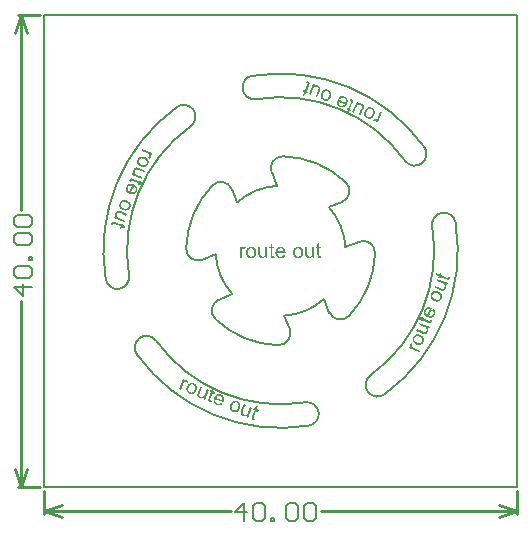
<source format=gm1>
G04*
G04 #@! TF.GenerationSoftware,Altium Limited,Altium Designer,22.2.1 (43)*
G04*
G04 Layer_Color=16711935*
%FSLAX25Y25*%
%MOIN*%
G70*
G04*
G04 #@! TF.SameCoordinates,70B15B9A-0B0E-40B4-BC6F-C93E4DF4F8A9*
G04*
G04*
G04 #@! TF.FilePolarity,Positive*
G04*
G01*
G75*
%ADD49C,0.00787*%
%ADD50C,0.01000*%
%ADD51C,0.00600*%
G36*
X132335Y71206D02*
X132095Y70626D01*
X134072Y69806D01*
X134078Y69804D01*
X134083Y69802D01*
X134113Y69790D01*
X134153Y69773D01*
X134206Y69757D01*
X134256Y69736D01*
X134311Y69726D01*
X134358Y69712D01*
X134398Y69707D01*
X134403Y69705D01*
X134410Y69708D01*
X134449Y69716D01*
X134496Y69731D01*
X134548Y69757D01*
X134550Y69762D01*
X134560Y69770D01*
X134571Y69783D01*
X134590Y69799D01*
X134607Y69827D01*
X134630Y69853D01*
X134652Y69892D01*
X134687Y69977D01*
X134695Y70010D01*
X134709Y70045D01*
X134723Y70093D01*
X134739Y70145D01*
X134757Y70203D01*
X135292Y70069D01*
X135288Y70059D01*
X135286Y70025D01*
X135272Y69977D01*
X135257Y69913D01*
X135240Y69843D01*
X135216Y69770D01*
X135163Y69615D01*
X135142Y69564D01*
X135114Y69511D01*
X135080Y69442D01*
X135031Y69368D01*
X134983Y69293D01*
X134926Y69228D01*
X134867Y69170D01*
X134860Y69167D01*
X134836Y69153D01*
X134803Y69131D01*
X134756Y69103D01*
X134704Y69078D01*
X134642Y69056D01*
X134577Y69042D01*
X134509Y69035D01*
X134497Y69034D01*
X134470Y69039D01*
X134448Y69042D01*
X134420Y69048D01*
X134388Y69055D01*
X134350Y69065D01*
X134306Y69072D01*
X134253Y69087D01*
X134196Y69105D01*
X134133Y69125D01*
X134060Y69150D01*
X133985Y69181D01*
X133897Y69211D01*
X133806Y69249D01*
X131859Y70056D01*
X131683Y69632D01*
X131239Y69816D01*
X131415Y70239D01*
X130583Y70584D01*
X130476Y71296D01*
X131651Y70809D01*
X131892Y71390D01*
X132335Y71206D01*
D02*
G37*
G36*
X134378Y67848D02*
X134167Y67338D01*
X133673Y67543D01*
X133676Y67536D01*
X133690Y67512D01*
X133706Y67482D01*
X133734Y67435D01*
X133758Y67378D01*
X133788Y67306D01*
X133815Y67230D01*
X133838Y67144D01*
X133862Y67045D01*
X133879Y66943D01*
X133894Y66837D01*
X133895Y66724D01*
X133891Y66601D01*
X133873Y66485D01*
X133845Y66361D01*
X133798Y66233D01*
X133777Y66182D01*
X133749Y66129D01*
X133707Y66057D01*
X133662Y65976D01*
X133602Y65888D01*
X133532Y65805D01*
X133455Y65719D01*
X133453Y65714D01*
X133446Y65711D01*
X133418Y65687D01*
X133374Y65652D01*
X133314Y65606D01*
X133248Y65562D01*
X133170Y65517D01*
X133090Y65480D01*
X133009Y65454D01*
X132996Y65453D01*
X132970Y65447D01*
X132921Y65443D01*
X132860Y65439D01*
X132787Y65434D01*
X132704Y65433D01*
X132613Y65441D01*
X132512Y65453D01*
X132501Y65457D01*
X132479Y65461D01*
X132432Y65474D01*
X132374Y65492D01*
X132296Y65519D01*
X132203Y65551D01*
X132090Y65592D01*
X131964Y65644D01*
X129871Y66512D01*
X130107Y67082D01*
X131978Y66306D01*
X131984Y66304D01*
X131999Y66298D01*
X132019Y66290D01*
X132049Y66277D01*
X132089Y66260D01*
X132130Y66244D01*
X132223Y66211D01*
X132324Y66169D01*
X132429Y66138D01*
X132522Y66105D01*
X132564Y66093D01*
X132596Y66086D01*
X132609Y66087D01*
X132636Y66081D01*
X132687Y66078D01*
X132748Y66082D01*
X132817Y66089D01*
X132889Y66107D01*
X132970Y66132D01*
X133046Y66172D01*
X133055Y66180D01*
X133078Y66194D01*
X133115Y66226D01*
X133156Y66268D01*
X133207Y66318D01*
X133258Y66385D01*
X133309Y66465D01*
X133351Y66553D01*
X133370Y66599D01*
X133384Y66646D01*
X133401Y66716D01*
X133417Y66798D01*
X133425Y66889D01*
X133429Y66982D01*
X133419Y67087D01*
X133421Y67092D01*
X133418Y67099D01*
X133408Y67133D01*
X133395Y67185D01*
X133375Y67253D01*
X133346Y67324D01*
X133308Y67405D01*
X133258Y67484D01*
X133194Y67558D01*
X133189Y67560D01*
X133186Y67567D01*
X133173Y67579D01*
X133160Y67590D01*
X133137Y67605D01*
X133111Y67628D01*
X133085Y67651D01*
X133049Y67677D01*
X132959Y67732D01*
X132854Y67793D01*
X132728Y67858D01*
X132578Y67926D01*
X130767Y68676D01*
X131003Y69246D01*
X134378Y67848D01*
D02*
G37*
G36*
X130551Y65343D02*
X130675Y65328D01*
X130808Y65308D01*
X130948Y65274D01*
X131095Y65230D01*
X131244Y65175D01*
X131249Y65172D01*
X131274Y65162D01*
X131304Y65150D01*
X131348Y65126D01*
X131403Y65103D01*
X131467Y65070D01*
X131535Y65036D01*
X131607Y64995D01*
X131760Y64908D01*
X131917Y64801D01*
X132062Y64682D01*
X132125Y64620D01*
X132186Y64554D01*
X132191Y64552D01*
X132197Y64537D01*
X132213Y64519D01*
X132232Y64493D01*
X132254Y64461D01*
X132284Y64419D01*
X132338Y64320D01*
X132400Y64199D01*
X132456Y64064D01*
X132499Y63910D01*
X132530Y63743D01*
X132528Y63738D01*
X132534Y63724D01*
X132536Y63700D01*
X132533Y63665D01*
X132534Y63624D01*
X132537Y63575D01*
X132534Y63523D01*
X132531Y63459D01*
X132528Y63396D01*
X132516Y63324D01*
X132495Y63173D01*
X132452Y63013D01*
X132396Y62848D01*
X132383Y62817D01*
X132363Y62784D01*
X132343Y62734D01*
X132307Y62677D01*
X132268Y62611D01*
X132222Y62542D01*
X132171Y62462D01*
X132108Y62382D01*
X132040Y62304D01*
X131965Y62222D01*
X131880Y62145D01*
X131790Y62070D01*
X131692Y62005D01*
X131584Y61943D01*
X131467Y61891D01*
X131460Y61888D01*
X131439Y61879D01*
X131405Y61869D01*
X131354Y61861D01*
X131294Y61844D01*
X131224Y61832D01*
X131137Y61821D01*
X131045Y61812D01*
X130937Y61809D01*
X130824Y61808D01*
X130704Y61817D01*
X130573Y61830D01*
X130437Y61857D01*
X130292Y61893D01*
X130140Y61938D01*
X129981Y61998D01*
X129976Y62000D01*
X129971Y62002D01*
X129941Y62015D01*
X129893Y62041D01*
X129834Y62071D01*
X129755Y62109D01*
X129669Y62157D01*
X129581Y62217D01*
X129484Y62281D01*
X129383Y62352D01*
X129282Y62436D01*
X129185Y62529D01*
X129087Y62622D01*
X129001Y62729D01*
X128925Y62843D01*
X128862Y62964D01*
X128809Y63092D01*
X128806Y63099D01*
X128802Y63119D01*
X128793Y63152D01*
X128780Y63193D01*
X128774Y63249D01*
X128759Y63314D01*
X128747Y63384D01*
X128741Y63469D01*
X128735Y63555D01*
X128738Y63648D01*
X128738Y63748D01*
X128753Y63854D01*
X128769Y63966D01*
X128791Y64075D01*
X128827Y64190D01*
X128870Y64308D01*
X128882Y64338D01*
X128902Y64372D01*
X128923Y64422D01*
X128958Y64478D01*
X128995Y64540D01*
X129042Y64609D01*
X129092Y64689D01*
X129153Y64764D01*
X129223Y64847D01*
X129301Y64921D01*
X129381Y65001D01*
X129476Y65074D01*
X129574Y65139D01*
X129683Y65201D01*
X129799Y65253D01*
X129806Y65256D01*
X129827Y65265D01*
X129861Y65275D01*
X129914Y65288D01*
X129972Y65300D01*
X130044Y65317D01*
X130126Y65330D01*
X130219Y65339D01*
X130321Y65344D01*
X130434Y65345D01*
X130551Y65343D01*
D02*
G37*
G36*
X128308Y59884D02*
X128438Y59871D01*
X128575Y59844D01*
X128719Y59808D01*
X128867Y59765D01*
X129020Y59707D01*
X129031Y59703D01*
X129056Y59692D01*
X129106Y59671D01*
X129170Y59639D01*
X128127Y57122D01*
X128132Y57120D01*
X128152Y57112D01*
X128185Y57104D01*
X128222Y57095D01*
X128275Y57079D01*
X128329Y57068D01*
X128394Y57053D01*
X128466Y57041D01*
X128619Y57025D01*
X128788Y57020D01*
X128868Y57028D01*
X128953Y57034D01*
X129033Y57054D01*
X129114Y57080D01*
X129121Y57083D01*
X129130Y57091D01*
X129152Y57099D01*
X129180Y57111D01*
X129213Y57133D01*
X129251Y57153D01*
X129298Y57181D01*
X129342Y57216D01*
X129439Y57294D01*
X129535Y57396D01*
X129582Y57453D01*
X129621Y57520D01*
X129663Y57591D01*
X129699Y57665D01*
X129712Y57695D01*
X129715Y57717D01*
X129735Y57780D01*
X129756Y57860D01*
X129770Y57949D01*
X129777Y58052D01*
X129779Y58158D01*
X129759Y58266D01*
X129761Y58271D01*
X129753Y58281D01*
X129744Y58314D01*
X129720Y58371D01*
X129680Y58447D01*
X129633Y58531D01*
X129562Y58632D01*
X129476Y58738D01*
X129371Y58841D01*
X129693Y59405D01*
X129698Y59403D01*
X129716Y59389D01*
X129737Y59369D01*
X129766Y59339D01*
X129805Y59305D01*
X129848Y59264D01*
X129893Y59216D01*
X129943Y59166D01*
X130040Y59043D01*
X130138Y58895D01*
X130181Y58813D01*
X130223Y58730D01*
X130259Y58644D01*
X130285Y58551D01*
X130288Y58544D01*
X130289Y58532D01*
X130293Y58500D01*
X130303Y58467D01*
X130307Y58418D01*
X130313Y58362D01*
X130317Y58301D01*
X130317Y58230D01*
X130316Y58154D01*
X130309Y58068D01*
X130303Y57982D01*
X130288Y57888D01*
X130271Y57789D01*
X130246Y57687D01*
X130207Y57578D01*
X130168Y57470D01*
X130156Y57440D01*
X130134Y57402D01*
X130113Y57351D01*
X130076Y57290D01*
X130036Y57224D01*
X129988Y57149D01*
X129937Y57070D01*
X129875Y56989D01*
X129805Y56906D01*
X129727Y56820D01*
X129642Y56743D01*
X129550Y56663D01*
X129452Y56597D01*
X129344Y56535D01*
X129227Y56483D01*
X129220Y56480D01*
X129199Y56471D01*
X129165Y56462D01*
X129115Y56453D01*
X129054Y56437D01*
X128984Y56424D01*
X128902Y56411D01*
X128812Y56407D01*
X128709Y56402D01*
X128597Y56402D01*
X128476Y56410D01*
X128346Y56423D01*
X128214Y56448D01*
X128075Y56482D01*
X127927Y56525D01*
X127774Y56583D01*
X127764Y56587D01*
X127738Y56598D01*
X127695Y56621D01*
X127635Y56647D01*
X127568Y56686D01*
X127491Y56729D01*
X127400Y56779D01*
X127312Y56839D01*
X127215Y56903D01*
X127121Y56977D01*
X127025Y57059D01*
X126931Y57145D01*
X126846Y57239D01*
X126765Y57344D01*
X126691Y57451D01*
X126632Y57564D01*
X126629Y57571D01*
X126620Y57593D01*
X126605Y57628D01*
X126590Y57676D01*
X126571Y57731D01*
X126553Y57803D01*
X126538Y57881D01*
X126522Y57970D01*
X126508Y58065D01*
X126503Y58167D01*
X126503Y58280D01*
X126509Y58395D01*
X126525Y58519D01*
X126546Y58640D01*
X126583Y58772D01*
X126630Y58901D01*
X126642Y58931D01*
X126662Y58964D01*
X126681Y59010D01*
X126716Y59066D01*
X126753Y59127D01*
X126800Y59197D01*
X126848Y59271D01*
X126909Y59346D01*
X126975Y59420D01*
X127055Y59499D01*
X127138Y59571D01*
X127226Y59641D01*
X127329Y59704D01*
X127437Y59766D01*
X127551Y59813D01*
X127559Y59816D01*
X127580Y59825D01*
X127614Y59835D01*
X127664Y59843D01*
X127724Y59860D01*
X127795Y59872D01*
X127882Y59883D01*
X127974Y59892D01*
X128075Y59892D01*
X128187Y59893D01*
X128308Y59884D01*
D02*
G37*
G36*
X126345Y56743D02*
X126105Y56163D01*
X128082Y55344D01*
X128087Y55342D01*
X128092Y55340D01*
X128122Y55327D01*
X128163Y55311D01*
X128215Y55295D01*
X128266Y55274D01*
X128320Y55263D01*
X128368Y55250D01*
X128407Y55245D01*
X128412Y55243D01*
X128419Y55246D01*
X128458Y55253D01*
X128506Y55269D01*
X128558Y55295D01*
X128560Y55300D01*
X128569Y55308D01*
X128581Y55321D01*
X128599Y55337D01*
X128617Y55365D01*
X128639Y55391D01*
X128661Y55429D01*
X128697Y55515D01*
X128704Y55547D01*
X128719Y55583D01*
X128732Y55630D01*
X128748Y55683D01*
X128766Y55740D01*
X129302Y55607D01*
X129298Y55597D01*
X129295Y55563D01*
X129282Y55515D01*
X129267Y55450D01*
X129250Y55381D01*
X129225Y55308D01*
X129173Y55152D01*
X129152Y55102D01*
X129124Y55049D01*
X129089Y54980D01*
X129041Y54906D01*
X128992Y54831D01*
X128936Y54766D01*
X128876Y54708D01*
X128869Y54705D01*
X128846Y54691D01*
X128813Y54669D01*
X128766Y54641D01*
X128714Y54615D01*
X128652Y54594D01*
X128587Y54580D01*
X128519Y54572D01*
X128507Y54571D01*
X128479Y54577D01*
X128457Y54580D01*
X128430Y54586D01*
X128397Y54593D01*
X128360Y54603D01*
X128315Y54609D01*
X128263Y54625D01*
X128205Y54643D01*
X128143Y54663D01*
X128070Y54687D01*
X127994Y54719D01*
X127906Y54749D01*
X127816Y54787D01*
X125868Y55593D01*
X125693Y55169D01*
X125249Y55353D01*
X125425Y55777D01*
X124592Y56122D01*
X124485Y56834D01*
X125661Y56347D01*
X125901Y56927D01*
X126345Y56743D01*
D02*
G37*
G36*
X128388Y53386D02*
X128177Y52876D01*
X127682Y53081D01*
X127685Y53074D01*
X127699Y53050D01*
X127716Y53020D01*
X127744Y52973D01*
X127768Y52916D01*
X127797Y52844D01*
X127824Y52768D01*
X127848Y52681D01*
X127872Y52583D01*
X127889Y52481D01*
X127904Y52374D01*
X127904Y52262D01*
X127901Y52139D01*
X127882Y52023D01*
X127854Y51898D01*
X127807Y51770D01*
X127786Y51720D01*
X127758Y51666D01*
X127717Y51595D01*
X127671Y51513D01*
X127611Y51426D01*
X127541Y51343D01*
X127464Y51256D01*
X127462Y51251D01*
X127455Y51248D01*
X127427Y51224D01*
X127383Y51189D01*
X127323Y51143D01*
X127258Y51100D01*
X127180Y51055D01*
X127099Y51017D01*
X127018Y50992D01*
X127006Y50991D01*
X126979Y50984D01*
X126931Y50981D01*
X126870Y50977D01*
X126797Y50971D01*
X126714Y50970D01*
X126622Y50979D01*
X126521Y50991D01*
X126511Y50995D01*
X126489Y50999D01*
X126441Y51012D01*
X126384Y51030D01*
X126306Y51056D01*
X126213Y51089D01*
X126100Y51130D01*
X125974Y51182D01*
X123881Y52049D01*
X124117Y52619D01*
X125988Y51844D01*
X125993Y51842D01*
X126008Y51836D01*
X126028Y51827D01*
X126059Y51815D01*
X126099Y51798D01*
X126139Y51781D01*
X126232Y51749D01*
X126333Y51707D01*
X126438Y51675D01*
X126531Y51643D01*
X126574Y51631D01*
X126606Y51624D01*
X126618Y51625D01*
X126645Y51619D01*
X126697Y51616D01*
X126758Y51620D01*
X126826Y51627D01*
X126898Y51644D01*
X126980Y51670D01*
X127055Y51710D01*
X127064Y51718D01*
X127088Y51731D01*
X127125Y51763D01*
X127166Y51805D01*
X127216Y51855D01*
X127268Y51923D01*
X127318Y52002D01*
X127361Y52091D01*
X127380Y52136D01*
X127393Y52184D01*
X127411Y52254D01*
X127427Y52336D01*
X127435Y52427D01*
X127438Y52520D01*
X127428Y52625D01*
X127430Y52630D01*
X127427Y52637D01*
X127418Y52670D01*
X127404Y52723D01*
X127385Y52790D01*
X127355Y52862D01*
X127318Y52942D01*
X127268Y53022D01*
X127204Y53096D01*
X127199Y53098D01*
X127196Y53105D01*
X127183Y53116D01*
X127170Y53128D01*
X127147Y53143D01*
X127121Y53166D01*
X127094Y53188D01*
X127058Y53215D01*
X126969Y53270D01*
X126864Y53331D01*
X126737Y53395D01*
X126588Y53463D01*
X124777Y54213D01*
X125013Y54783D01*
X128388Y53386D01*
D02*
G37*
G36*
X124561Y50881D02*
X124684Y50865D01*
X124818Y50845D01*
X124957Y50811D01*
X125105Y50768D01*
X125253Y50712D01*
X125258Y50710D01*
X125284Y50700D01*
X125314Y50687D01*
X125357Y50664D01*
X125413Y50640D01*
X125476Y50608D01*
X125545Y50574D01*
X125616Y50533D01*
X125769Y50445D01*
X125926Y50339D01*
X126072Y50220D01*
X126135Y50158D01*
X126196Y50091D01*
X126201Y50089D01*
X126207Y50075D01*
X126223Y50057D01*
X126242Y50031D01*
X126264Y49998D01*
X126294Y49957D01*
X126347Y49858D01*
X126409Y49737D01*
X126466Y49602D01*
X126508Y49448D01*
X126540Y49281D01*
X126538Y49276D01*
X126544Y49262D01*
X126545Y49237D01*
X126543Y49203D01*
X126543Y49161D01*
X126547Y49113D01*
X126543Y49061D01*
X126540Y48997D01*
X126538Y48933D01*
X126526Y48862D01*
X126505Y48711D01*
X126462Y48551D01*
X126405Y48386D01*
X126393Y48355D01*
X126373Y48322D01*
X126352Y48272D01*
X126317Y48215D01*
X126278Y48149D01*
X126231Y48079D01*
X126181Y48000D01*
X126118Y47919D01*
X126050Y47841D01*
X125975Y47760D01*
X125890Y47683D01*
X125800Y47608D01*
X125701Y47542D01*
X125593Y47481D01*
X125477Y47428D01*
X125470Y47425D01*
X125448Y47417D01*
X125415Y47407D01*
X125364Y47398D01*
X125304Y47382D01*
X125234Y47370D01*
X125146Y47359D01*
X125054Y47349D01*
X124947Y47347D01*
X124834Y47346D01*
X124714Y47355D01*
X124583Y47367D01*
X124446Y47394D01*
X124302Y47431D01*
X124149Y47476D01*
X123991Y47536D01*
X123986Y47538D01*
X123981Y47540D01*
X123950Y47552D01*
X123902Y47578D01*
X123844Y47609D01*
X123765Y47647D01*
X123678Y47695D01*
X123591Y47755D01*
X123493Y47819D01*
X123393Y47890D01*
X123291Y47973D01*
X123194Y48067D01*
X123097Y48160D01*
X123011Y48267D01*
X122934Y48381D01*
X122872Y48502D01*
X122819Y48630D01*
X122816Y48637D01*
X122812Y48656D01*
X122802Y48690D01*
X122790Y48731D01*
X122783Y48787D01*
X122769Y48852D01*
X122756Y48922D01*
X122750Y49007D01*
X122744Y49092D01*
X122747Y49185D01*
X122748Y49286D01*
X122762Y49392D01*
X122779Y49503D01*
X122800Y49613D01*
X122836Y49728D01*
X122879Y49846D01*
X122892Y49876D01*
X122911Y49909D01*
X122932Y49960D01*
X122968Y50016D01*
X123005Y50078D01*
X123051Y50147D01*
X123102Y50227D01*
X123163Y50302D01*
X123232Y50385D01*
X123310Y50459D01*
X123391Y50538D01*
X123486Y50611D01*
X123584Y50677D01*
X123692Y50739D01*
X123808Y50791D01*
X123816Y50794D01*
X123837Y50803D01*
X123871Y50812D01*
X123923Y50826D01*
X123981Y50837D01*
X124054Y50855D01*
X124136Y50868D01*
X124228Y50877D01*
X124331Y50882D01*
X124443Y50883D01*
X124561Y50881D01*
D02*
G37*
G36*
X122806Y47642D02*
X122796Y47635D01*
X122771Y47616D01*
X122734Y47584D01*
X122686Y47539D01*
X122641Y47486D01*
X122591Y47424D01*
X122545Y47355D01*
X122506Y47276D01*
X122494Y47246D01*
X122484Y47208D01*
X122475Y47159D01*
X122468Y47097D01*
X122465Y47033D01*
X122467Y46967D01*
X122482Y46890D01*
X122485Y46883D01*
X122492Y46856D01*
X122507Y46821D01*
X122529Y46776D01*
X122560Y46722D01*
X122596Y46666D01*
X122649Y46608D01*
X122707Y46549D01*
X122712Y46547D01*
X122720Y46537D01*
X122733Y46526D01*
X122751Y46513D01*
X122780Y46495D01*
X122811Y46470D01*
X122885Y46422D01*
X122980Y46365D01*
X123084Y46304D01*
X123206Y46241D01*
X123335Y46182D01*
X125101Y45451D01*
X124865Y44881D01*
X121490Y46279D01*
X121703Y46793D01*
X122213Y46582D01*
X122207Y46596D01*
X122191Y46615D01*
X122177Y46638D01*
X122126Y46701D01*
X122076Y46780D01*
X122019Y46869D01*
X121963Y46963D01*
X121922Y47051D01*
X121907Y47099D01*
X121894Y47140D01*
X121893Y47152D01*
X121886Y47178D01*
X121886Y47220D01*
X121877Y47271D01*
X121880Y47334D01*
X121890Y47401D01*
X121904Y47478D01*
X121929Y47551D01*
X121941Y47581D01*
X121954Y47599D01*
X121965Y47624D01*
X121983Y47653D01*
X122029Y47722D01*
X122087Y47804D01*
X122162Y47886D01*
X122253Y47978D01*
X122360Y48064D01*
X122806Y47642D01*
D02*
G37*
G36*
X46793Y35777D02*
X46582Y35267D01*
X46596Y35273D01*
X46615Y35289D01*
X46638Y35303D01*
X46701Y35354D01*
X46780Y35404D01*
X46869Y35462D01*
X46963Y35517D01*
X47051Y35558D01*
X47099Y35574D01*
X47140Y35586D01*
X47152Y35587D01*
X47178Y35594D01*
X47220Y35594D01*
X47271Y35603D01*
X47334Y35600D01*
X47401Y35590D01*
X47478Y35576D01*
X47551Y35552D01*
X47581Y35539D01*
X47599Y35526D01*
X47624Y35515D01*
X47653Y35498D01*
X47722Y35451D01*
X47804Y35394D01*
X47886Y35318D01*
X47978Y35227D01*
X48064Y35121D01*
X47642Y34675D01*
X47635Y34684D01*
X47616Y34709D01*
X47584Y34746D01*
X47539Y34795D01*
X47486Y34840D01*
X47424Y34889D01*
X47355Y34936D01*
X47276Y34974D01*
X47246Y34987D01*
X47208Y34996D01*
X47159Y35005D01*
X47097Y35013D01*
X47033Y35016D01*
X46967Y35013D01*
X46890Y34998D01*
X46883Y34995D01*
X46856Y34988D01*
X46821Y34974D01*
X46776Y34951D01*
X46722Y34920D01*
X46666Y34884D01*
X46608Y34831D01*
X46549Y34773D01*
X46547Y34768D01*
X46537Y34760D01*
X46526Y34747D01*
X46513Y34729D01*
X46495Y34701D01*
X46470Y34670D01*
X46422Y34595D01*
X46365Y34501D01*
X46304Y34396D01*
X46241Y34274D01*
X46182Y34145D01*
X45451Y32379D01*
X44881Y32615D01*
X46279Y35990D01*
X46793Y35777D01*
D02*
G37*
G36*
X56347Y31820D02*
X56927Y31579D01*
X56743Y31135D01*
X56163Y31376D01*
X55344Y29398D01*
X55342Y29393D01*
X55340Y29388D01*
X55327Y29358D01*
X55311Y29318D01*
X55295Y29265D01*
X55274Y29215D01*
X55263Y29160D01*
X55250Y29112D01*
X55245Y29073D01*
X55243Y29068D01*
X55246Y29061D01*
X55253Y29022D01*
X55269Y28974D01*
X55295Y28922D01*
X55300Y28920D01*
X55308Y28911D01*
X55321Y28900D01*
X55337Y28881D01*
X55365Y28864D01*
X55391Y28841D01*
X55429Y28819D01*
X55515Y28784D01*
X55547Y28776D01*
X55583Y28762D01*
X55630Y28748D01*
X55683Y28732D01*
X55740Y28714D01*
X55607Y28178D01*
X55597Y28183D01*
X55563Y28185D01*
X55515Y28199D01*
X55450Y28214D01*
X55381Y28231D01*
X55308Y28255D01*
X55152Y28308D01*
X55102Y28328D01*
X55049Y28357D01*
X54980Y28391D01*
X54906Y28439D01*
X54831Y28488D01*
X54766Y28545D01*
X54708Y28604D01*
X54705Y28611D01*
X54691Y28635D01*
X54669Y28667D01*
X54641Y28714D01*
X54615Y28766D01*
X54594Y28828D01*
X54580Y28894D01*
X54572Y28962D01*
X54571Y28974D01*
X54577Y29001D01*
X54580Y29023D01*
X54586Y29051D01*
X54593Y29083D01*
X54603Y29120D01*
X54609Y29165D01*
X54625Y29217D01*
X54643Y29275D01*
X54663Y29338D01*
X54687Y29410D01*
X54719Y29486D01*
X54749Y29574D01*
X54787Y29665D01*
X55593Y31612D01*
X55169Y31787D01*
X55353Y32231D01*
X55777Y32056D01*
X56122Y32888D01*
X56834Y32995D01*
X56347Y31820D01*
D02*
G37*
G36*
X49185Y34733D02*
X49286Y34733D01*
X49392Y34718D01*
X49503Y34702D01*
X49613Y34680D01*
X49728Y34644D01*
X49846Y34601D01*
X49876Y34589D01*
X49909Y34569D01*
X49960Y34548D01*
X50016Y34513D01*
X50078Y34476D01*
X50147Y34429D01*
X50227Y34378D01*
X50302Y34318D01*
X50385Y34248D01*
X50459Y34170D01*
X50538Y34090D01*
X50611Y33994D01*
X50677Y33896D01*
X50739Y33788D01*
X50791Y33672D01*
X50794Y33665D01*
X50803Y33643D01*
X50812Y33610D01*
X50826Y33557D01*
X50837Y33499D01*
X50855Y33427D01*
X50868Y33345D01*
X50877Y33252D01*
X50882Y33150D01*
X50883Y33037D01*
X50881Y32919D01*
X50865Y32796D01*
X50845Y32662D01*
X50811Y32523D01*
X50768Y32375D01*
X50712Y32227D01*
X50710Y32222D01*
X50700Y32197D01*
X50687Y32166D01*
X50664Y32123D01*
X50640Y32068D01*
X50608Y32004D01*
X50574Y31936D01*
X50533Y31864D01*
X50445Y31711D01*
X50339Y31554D01*
X50220Y31409D01*
X50158Y31345D01*
X50091Y31284D01*
X50089Y31279D01*
X50075Y31273D01*
X50057Y31258D01*
X50031Y31238D01*
X49998Y31217D01*
X49957Y31187D01*
X49858Y31133D01*
X49737Y31071D01*
X49602Y31015D01*
X49448Y30972D01*
X49281Y30940D01*
X49276Y30942D01*
X49262Y30937D01*
X49237Y30935D01*
X49203Y30937D01*
X49161Y30937D01*
X49113Y30933D01*
X49061Y30937D01*
X48997Y30940D01*
X48933Y30943D01*
X48862Y30955D01*
X48711Y30976D01*
X48551Y31018D01*
X48386Y31075D01*
X48355Y31088D01*
X48322Y31107D01*
X48272Y31128D01*
X48215Y31163D01*
X48149Y31203D01*
X48079Y31249D01*
X48000Y31300D01*
X47919Y31363D01*
X47841Y31431D01*
X47760Y31506D01*
X47683Y31591D01*
X47608Y31681D01*
X47542Y31779D01*
X47481Y31887D01*
X47428Y32003D01*
X47425Y32010D01*
X47417Y32032D01*
X47407Y32065D01*
X47398Y32116D01*
X47382Y32176D01*
X47370Y32246D01*
X47359Y32334D01*
X47349Y32426D01*
X47347Y32534D01*
X47346Y32646D01*
X47355Y32767D01*
X47367Y32897D01*
X47394Y33034D01*
X47431Y33178D01*
X47476Y33331D01*
X47536Y33490D01*
X47538Y33495D01*
X47540Y33500D01*
X47552Y33530D01*
X47578Y33578D01*
X47609Y33637D01*
X47647Y33715D01*
X47695Y33802D01*
X47755Y33889D01*
X47819Y33987D01*
X47890Y34087D01*
X47973Y34189D01*
X48067Y34286D01*
X48160Y34383D01*
X48267Y34469D01*
X48381Y34546D01*
X48502Y34608D01*
X48630Y34661D01*
X48637Y34664D01*
X48656Y34668D01*
X48690Y34678D01*
X48731Y34691D01*
X48787Y34697D01*
X48852Y34712D01*
X48922Y34724D01*
X49007Y34730D01*
X49092Y34736D01*
X49185Y34733D01*
D02*
G37*
G36*
X52619Y33364D02*
X51844Y31492D01*
X51842Y31487D01*
X51836Y31472D01*
X51827Y31452D01*
X51815Y31422D01*
X51798Y31381D01*
X51781Y31341D01*
X51749Y31248D01*
X51707Y31147D01*
X51675Y31042D01*
X51643Y30949D01*
X51631Y30907D01*
X51624Y30874D01*
X51625Y30862D01*
X51619Y30835D01*
X51616Y30783D01*
X51620Y30722D01*
X51627Y30654D01*
X51644Y30582D01*
X51670Y30501D01*
X51710Y30425D01*
X51718Y30416D01*
X51731Y30392D01*
X51763Y30356D01*
X51805Y30314D01*
X51855Y30264D01*
X51923Y30213D01*
X52002Y30162D01*
X52091Y30119D01*
X52136Y30101D01*
X52184Y30087D01*
X52254Y30070D01*
X52336Y30053D01*
X52427Y30045D01*
X52520Y30042D01*
X52625Y30052D01*
X52630Y30050D01*
X52637Y30053D01*
X52670Y30063D01*
X52723Y30076D01*
X52790Y30096D01*
X52862Y30125D01*
X52942Y30163D01*
X53022Y30212D01*
X53096Y30276D01*
X53098Y30281D01*
X53105Y30284D01*
X53116Y30297D01*
X53128Y30310D01*
X53143Y30334D01*
X53166Y30360D01*
X53188Y30386D01*
X53215Y30422D01*
X53270Y30512D01*
X53331Y30616D01*
X53395Y30743D01*
X53463Y30893D01*
X54213Y32703D01*
X54783Y32467D01*
X53386Y29093D01*
X52876Y29304D01*
X53081Y29798D01*
X53074Y29795D01*
X53050Y29781D01*
X53020Y29764D01*
X52973Y29737D01*
X52916Y29713D01*
X52844Y29683D01*
X52768Y29656D01*
X52681Y29632D01*
X52583Y29608D01*
X52481Y29591D01*
X52374Y29576D01*
X52262Y29576D01*
X52139Y29579D01*
X52023Y29598D01*
X51898Y29626D01*
X51770Y29673D01*
X51720Y29694D01*
X51666Y29722D01*
X51595Y29763D01*
X51513Y29809D01*
X51426Y29869D01*
X51343Y29939D01*
X51256Y30016D01*
X51251Y30018D01*
X51248Y30025D01*
X51224Y30053D01*
X51189Y30097D01*
X51143Y30157D01*
X51100Y30223D01*
X51055Y30300D01*
X51017Y30381D01*
X50992Y30462D01*
X50991Y30474D01*
X50984Y30501D01*
X50981Y30550D01*
X50977Y30610D01*
X50971Y30684D01*
X50970Y30767D01*
X50979Y30858D01*
X50991Y30959D01*
X50995Y30969D01*
X50999Y30992D01*
X51012Y31039D01*
X51030Y31097D01*
X51056Y31174D01*
X51089Y31267D01*
X51130Y31380D01*
X51182Y31506D01*
X52049Y33600D01*
X52619Y33364D01*
D02*
G37*
G36*
X58395Y30971D02*
X58519Y30956D01*
X58640Y30935D01*
X58772Y30898D01*
X58901Y30850D01*
X58931Y30838D01*
X58964Y30818D01*
X59010Y30799D01*
X59066Y30764D01*
X59127Y30727D01*
X59197Y30681D01*
X59271Y30632D01*
X59346Y30571D01*
X59420Y30505D01*
X59499Y30426D01*
X59571Y30343D01*
X59641Y30254D01*
X59704Y30151D01*
X59766Y30043D01*
X59813Y29929D01*
X59816Y29922D01*
X59825Y29900D01*
X59835Y29867D01*
X59843Y29816D01*
X59860Y29756D01*
X59872Y29686D01*
X59883Y29599D01*
X59892Y29506D01*
X59892Y29406D01*
X59893Y29293D01*
X59884Y29173D01*
X59871Y29042D01*
X59844Y28905D01*
X59808Y28761D01*
X59765Y28613D01*
X59707Y28460D01*
X59703Y28450D01*
X59692Y28425D01*
X59671Y28374D01*
X59639Y28311D01*
X57122Y29353D01*
X57120Y29348D01*
X57112Y29328D01*
X57104Y29296D01*
X57095Y29258D01*
X57079Y29206D01*
X57068Y29151D01*
X57053Y29086D01*
X57041Y29015D01*
X57025Y28862D01*
X57020Y28692D01*
X57028Y28612D01*
X57034Y28527D01*
X57054Y28448D01*
X57080Y28366D01*
X57083Y28359D01*
X57091Y28350D01*
X57099Y28328D01*
X57111Y28300D01*
X57133Y28267D01*
X57153Y28229D01*
X57181Y28182D01*
X57216Y28138D01*
X57294Y28041D01*
X57396Y27946D01*
X57453Y27898D01*
X57520Y27859D01*
X57591Y27817D01*
X57665Y27781D01*
X57695Y27769D01*
X57717Y27765D01*
X57780Y27745D01*
X57860Y27724D01*
X57949Y27711D01*
X58052Y27703D01*
X58158Y27701D01*
X58266Y27721D01*
X58271Y27719D01*
X58281Y27727D01*
X58314Y27737D01*
X58371Y27760D01*
X58447Y27800D01*
X58531Y27848D01*
X58632Y27918D01*
X58738Y28004D01*
X58841Y28109D01*
X59405Y27787D01*
X59403Y27782D01*
X59389Y27764D01*
X59369Y27743D01*
X59339Y27714D01*
X59305Y27675D01*
X59264Y27633D01*
X59216Y27588D01*
X59166Y27538D01*
X59043Y27441D01*
X58895Y27342D01*
X58813Y27300D01*
X58730Y27257D01*
X58644Y27222D01*
X58551Y27195D01*
X58544Y27192D01*
X58532Y27191D01*
X58500Y27187D01*
X58467Y27177D01*
X58418Y27174D01*
X58362Y27167D01*
X58301Y27163D01*
X58230Y27163D01*
X58154Y27165D01*
X58068Y27171D01*
X57982Y27177D01*
X57888Y27192D01*
X57789Y27210D01*
X57687Y27234D01*
X57578Y27273D01*
X57470Y27312D01*
X57440Y27325D01*
X57402Y27346D01*
X57351Y27367D01*
X57290Y27404D01*
X57224Y27444D01*
X57149Y27492D01*
X57070Y27543D01*
X56989Y27606D01*
X56906Y27676D01*
X56820Y27753D01*
X56743Y27838D01*
X56663Y27930D01*
X56597Y28028D01*
X56535Y28137D01*
X56483Y28253D01*
X56480Y28260D01*
X56471Y28281D01*
X56462Y28315D01*
X56453Y28366D01*
X56437Y28426D01*
X56424Y28496D01*
X56411Y28578D01*
X56407Y28668D01*
X56402Y28771D01*
X56402Y28883D01*
X56410Y29004D01*
X56423Y29135D01*
X56448Y29266D01*
X56482Y29406D01*
X56525Y29553D01*
X56583Y29707D01*
X56587Y29717D01*
X56598Y29742D01*
X56621Y29785D01*
X56647Y29846D01*
X56686Y29912D01*
X56729Y29989D01*
X56779Y30080D01*
X56839Y30168D01*
X56903Y30266D01*
X56977Y30359D01*
X57059Y30455D01*
X57145Y30549D01*
X57239Y30634D01*
X57344Y30715D01*
X57451Y30789D01*
X57564Y30849D01*
X57571Y30852D01*
X57593Y30860D01*
X57628Y30875D01*
X57676Y30891D01*
X57731Y30909D01*
X57803Y30927D01*
X57881Y30942D01*
X57970Y30958D01*
X58065Y30972D01*
X58167Y30977D01*
X58280Y30978D01*
X58395Y30971D01*
D02*
G37*
G36*
X70809Y25829D02*
X71390Y25589D01*
X71206Y25145D01*
X70626Y25385D01*
X69806Y23408D01*
X69804Y23403D01*
X69802Y23398D01*
X69790Y23368D01*
X69773Y23327D01*
X69757Y23275D01*
X69736Y23224D01*
X69726Y23169D01*
X69712Y23122D01*
X69707Y23083D01*
X69705Y23077D01*
X69708Y23070D01*
X69716Y23032D01*
X69731Y22984D01*
X69757Y22932D01*
X69762Y22930D01*
X69770Y22921D01*
X69783Y22909D01*
X69799Y22891D01*
X69827Y22873D01*
X69853Y22851D01*
X69892Y22829D01*
X69977Y22793D01*
X70010Y22786D01*
X70045Y22771D01*
X70093Y22757D01*
X70145Y22742D01*
X70203Y22724D01*
X70069Y22188D01*
X70059Y22192D01*
X70025Y22195D01*
X69977Y22208D01*
X69913Y22223D01*
X69843Y22240D01*
X69770Y22264D01*
X69615Y22317D01*
X69564Y22338D01*
X69511Y22366D01*
X69442Y22400D01*
X69368Y22449D01*
X69293Y22498D01*
X69228Y22554D01*
X69170Y22614D01*
X69167Y22621D01*
X69153Y22644D01*
X69131Y22677D01*
X69103Y22724D01*
X69078Y22776D01*
X69056Y22838D01*
X69042Y22903D01*
X69035Y22971D01*
X69034Y22983D01*
X69039Y23011D01*
X69042Y23033D01*
X69048Y23060D01*
X69055Y23092D01*
X69065Y23130D01*
X69072Y23174D01*
X69087Y23227D01*
X69105Y23285D01*
X69125Y23347D01*
X69150Y23420D01*
X69181Y23496D01*
X69211Y23583D01*
X69249Y23674D01*
X70056Y25621D01*
X69632Y25797D01*
X69816Y26241D01*
X70239Y26065D01*
X70584Y26898D01*
X71296Y27005D01*
X70809Y25829D01*
D02*
G37*
G36*
X63648Y28742D02*
X63748Y28742D01*
X63854Y28728D01*
X63966Y28711D01*
X64075Y28690D01*
X64190Y28654D01*
X64308Y28611D01*
X64338Y28598D01*
X64372Y28578D01*
X64422Y28558D01*
X64478Y28522D01*
X64540Y28485D01*
X64609Y28439D01*
X64689Y28388D01*
X64764Y28327D01*
X64847Y28257D01*
X64921Y28179D01*
X65001Y28099D01*
X65074Y28004D01*
X65139Y27906D01*
X65201Y27798D01*
X65253Y27681D01*
X65256Y27674D01*
X65265Y27653D01*
X65275Y27619D01*
X65288Y27566D01*
X65300Y27509D01*
X65317Y27436D01*
X65330Y27354D01*
X65339Y27262D01*
X65344Y27159D01*
X65345Y27047D01*
X65343Y26929D01*
X65328Y26805D01*
X65308Y26672D01*
X65274Y26532D01*
X65230Y26385D01*
X65175Y26237D01*
X65172Y26232D01*
X65162Y26206D01*
X65150Y26176D01*
X65126Y26133D01*
X65103Y26077D01*
X65070Y26014D01*
X65036Y25945D01*
X64995Y25874D01*
X64908Y25721D01*
X64801Y25564D01*
X64682Y25418D01*
X64620Y25355D01*
X64554Y25294D01*
X64552Y25289D01*
X64537Y25283D01*
X64519Y25267D01*
X64493Y25248D01*
X64461Y25226D01*
X64419Y25196D01*
X64320Y25143D01*
X64199Y25080D01*
X64064Y25024D01*
X63910Y24981D01*
X63743Y24950D01*
X63738Y24952D01*
X63724Y24946D01*
X63700Y24944D01*
X63665Y24947D01*
X63624Y24946D01*
X63575Y24943D01*
X63523Y24947D01*
X63459Y24949D01*
X63396Y24952D01*
X63324Y24964D01*
X63173Y24985D01*
X63013Y25028D01*
X62848Y25085D01*
X62817Y25097D01*
X62784Y25117D01*
X62734Y25138D01*
X62677Y25173D01*
X62611Y25212D01*
X62542Y25259D01*
X62462Y25309D01*
X62382Y25372D01*
X62304Y25440D01*
X62222Y25515D01*
X62145Y25600D01*
X62070Y25690D01*
X62005Y25789D01*
X61943Y25897D01*
X61891Y26013D01*
X61888Y26020D01*
X61879Y26041D01*
X61869Y26075D01*
X61861Y26126D01*
X61844Y26186D01*
X61832Y26256D01*
X61821Y26343D01*
X61812Y26436D01*
X61809Y26543D01*
X61808Y26656D01*
X61817Y26776D01*
X61830Y26907D01*
X61857Y27044D01*
X61893Y27188D01*
X61938Y27341D01*
X61998Y27499D01*
X62000Y27504D01*
X62002Y27509D01*
X62015Y27539D01*
X62041Y27588D01*
X62071Y27646D01*
X62109Y27725D01*
X62157Y27812D01*
X62217Y27899D01*
X62281Y27997D01*
X62352Y28097D01*
X62436Y28199D01*
X62529Y28296D01*
X62622Y28393D01*
X62729Y28479D01*
X62843Y28556D01*
X62964Y28618D01*
X63092Y28671D01*
X63099Y28674D01*
X63119Y28678D01*
X63152Y28688D01*
X63193Y28700D01*
X63249Y28707D01*
X63314Y28721D01*
X63384Y28733D01*
X63469Y28740D01*
X63555Y28746D01*
X63648Y28742D01*
D02*
G37*
G36*
X67082Y27373D02*
X66306Y25502D01*
X66304Y25497D01*
X66298Y25482D01*
X66290Y25461D01*
X66277Y25431D01*
X66260Y25391D01*
X66244Y25350D01*
X66211Y25258D01*
X66169Y25157D01*
X66138Y25052D01*
X66105Y24959D01*
X66093Y24916D01*
X66086Y24884D01*
X66087Y24872D01*
X66081Y24844D01*
X66078Y24793D01*
X66082Y24732D01*
X66089Y24664D01*
X66107Y24592D01*
X66132Y24510D01*
X66172Y24435D01*
X66180Y24426D01*
X66194Y24402D01*
X66226Y24365D01*
X66268Y24324D01*
X66318Y24274D01*
X66385Y24222D01*
X66465Y24171D01*
X66553Y24129D01*
X66599Y24110D01*
X66646Y24096D01*
X66716Y24079D01*
X66798Y24063D01*
X66889Y24055D01*
X66982Y24052D01*
X67087Y24061D01*
X67092Y24059D01*
X67099Y24062D01*
X67133Y24072D01*
X67185Y24086D01*
X67253Y24105D01*
X67324Y24135D01*
X67405Y24172D01*
X67484Y24222D01*
X67558Y24286D01*
X67560Y24291D01*
X67567Y24294D01*
X67579Y24307D01*
X67590Y24320D01*
X67605Y24343D01*
X67628Y24369D01*
X67651Y24395D01*
X67677Y24431D01*
X67732Y24521D01*
X67793Y24626D01*
X67858Y24753D01*
X67926Y24902D01*
X68676Y26713D01*
X69246Y26477D01*
X67848Y23102D01*
X67338Y23313D01*
X67543Y23808D01*
X67536Y23805D01*
X67512Y23791D01*
X67482Y23774D01*
X67435Y23746D01*
X67378Y23722D01*
X67306Y23693D01*
X67230Y23665D01*
X67144Y23642D01*
X67045Y23618D01*
X66943Y23601D01*
X66837Y23586D01*
X66724Y23585D01*
X66601Y23589D01*
X66485Y23607D01*
X66361Y23635D01*
X66233Y23683D01*
X66182Y23704D01*
X66129Y23731D01*
X66057Y23773D01*
X65976Y23819D01*
X65888Y23878D01*
X65805Y23948D01*
X65719Y24025D01*
X65714Y24028D01*
X65711Y24035D01*
X65687Y24062D01*
X65652Y24106D01*
X65606Y24167D01*
X65562Y24232D01*
X65517Y24310D01*
X65480Y24390D01*
X65454Y24472D01*
X65453Y24484D01*
X65447Y24510D01*
X65443Y24559D01*
X65439Y24620D01*
X65434Y24693D01*
X65433Y24776D01*
X65441Y24867D01*
X65453Y24969D01*
X65457Y24979D01*
X65461Y25001D01*
X65474Y25049D01*
X65492Y25106D01*
X65519Y25184D01*
X65551Y25277D01*
X65592Y25390D01*
X65644Y25516D01*
X66512Y27609D01*
X67082Y27373D01*
D02*
G37*
G36*
X35990Y111202D02*
X35777Y110687D01*
X35267Y110898D01*
X35273Y110884D01*
X35289Y110865D01*
X35303Y110842D01*
X35354Y110780D01*
X35404Y110700D01*
X35462Y110611D01*
X35517Y110517D01*
X35558Y110429D01*
X35574Y110381D01*
X35586Y110341D01*
X35587Y110329D01*
X35594Y110302D01*
X35594Y110260D01*
X35603Y110210D01*
X35600Y110146D01*
X35590Y110079D01*
X35576Y110002D01*
X35552Y109930D01*
X35539Y109899D01*
X35526Y109881D01*
X35515Y109856D01*
X35498Y109828D01*
X35451Y109758D01*
X35394Y109676D01*
X35318Y109595D01*
X35227Y109502D01*
X35121Y109417D01*
X34675Y109838D01*
X34684Y109846D01*
X34709Y109865D01*
X34746Y109897D01*
X34795Y109942D01*
X34840Y109994D01*
X34889Y110056D01*
X34936Y110126D01*
X34974Y110204D01*
X34987Y110234D01*
X34996Y110272D01*
X35005Y110321D01*
X35013Y110383D01*
X35016Y110447D01*
X35013Y110513D01*
X34998Y110590D01*
X34995Y110597D01*
X34988Y110624D01*
X34974Y110660D01*
X34951Y110704D01*
X34920Y110758D01*
X34884Y110815D01*
X34831Y110872D01*
X34773Y110932D01*
X34768Y110934D01*
X34760Y110943D01*
X34747Y110954D01*
X34729Y110968D01*
X34701Y110985D01*
X34670Y111010D01*
X34595Y111058D01*
X34501Y111116D01*
X34396Y111177D01*
X34274Y111239D01*
X34145Y111298D01*
X32379Y112030D01*
X32615Y112600D01*
X35990Y111202D01*
D02*
G37*
G36*
X32767Y110126D02*
X32897Y110113D01*
X33034Y110086D01*
X33178Y110050D01*
X33331Y110004D01*
X33490Y109944D01*
X33495Y109942D01*
X33500Y109940D01*
X33530Y109928D01*
X33578Y109902D01*
X33637Y109872D01*
X33715Y109833D01*
X33802Y109785D01*
X33889Y109726D01*
X33987Y109662D01*
X34087Y109590D01*
X34189Y109507D01*
X34286Y109414D01*
X34383Y109320D01*
X34469Y109214D01*
X34546Y109099D01*
X34608Y108979D01*
X34661Y108850D01*
X34664Y108843D01*
X34668Y108824D01*
X34678Y108790D01*
X34691Y108750D01*
X34697Y108694D01*
X34712Y108629D01*
X34724Y108558D01*
X34730Y108473D01*
X34736Y108388D01*
X34733Y108295D01*
X34733Y108194D01*
X34718Y108088D01*
X34702Y107977D01*
X34680Y107868D01*
X34644Y107752D01*
X34601Y107634D01*
X34589Y107604D01*
X34569Y107571D01*
X34548Y107520D01*
X34513Y107464D01*
X34475Y107403D01*
X34429Y107333D01*
X34378Y107254D01*
X34318Y107178D01*
X34248Y107095D01*
X34170Y107021D01*
X34090Y106942D01*
X33994Y106869D01*
X33896Y106803D01*
X33788Y106742D01*
X33672Y106690D01*
X33665Y106686D01*
X33643Y106678D01*
X33610Y106668D01*
X33557Y106654D01*
X33499Y106643D01*
X33427Y106625D01*
X33345Y106612D01*
X33252Y106603D01*
X33150Y106598D01*
X33037Y106598D01*
X32919Y106599D01*
X32796Y106615D01*
X32662Y106635D01*
X32523Y106669D01*
X32375Y106712D01*
X32227Y106768D01*
X32222Y106770D01*
X32197Y106780D01*
X32166Y106793D01*
X32123Y106817D01*
X32068Y106840D01*
X32004Y106872D01*
X31936Y106906D01*
X31864Y106948D01*
X31711Y107035D01*
X31554Y107141D01*
X31409Y107261D01*
X31345Y107322D01*
X31284Y107389D01*
X31279Y107391D01*
X31273Y107405D01*
X31258Y107424D01*
X31238Y107449D01*
X31217Y107482D01*
X31187Y107524D01*
X31133Y107623D01*
X31071Y107743D01*
X31015Y107879D01*
X30972Y108032D01*
X30940Y108199D01*
X30942Y108204D01*
X30937Y108218D01*
X30935Y108243D01*
X30937Y108277D01*
X30937Y108319D01*
X30933Y108368D01*
X30937Y108419D01*
X30940Y108483D01*
X30943Y108547D01*
X30955Y108619D01*
X30976Y108770D01*
X31018Y108929D01*
X31075Y109095D01*
X31088Y109125D01*
X31107Y109158D01*
X31128Y109209D01*
X31163Y109265D01*
X31203Y109332D01*
X31249Y109401D01*
X31300Y109480D01*
X31363Y109561D01*
X31431Y109639D01*
X31506Y109720D01*
X31591Y109797D01*
X31681Y109872D01*
X31779Y109938D01*
X31887Y110000D01*
X32003Y110052D01*
X32010Y110055D01*
X32032Y110064D01*
X32065Y110073D01*
X32116Y110082D01*
X32176Y110098D01*
X32246Y110111D01*
X32334Y110122D01*
X32426Y110131D01*
X32534Y110134D01*
X32646Y110134D01*
X32767Y110126D01*
D02*
G37*
G36*
X30858Y106502D02*
X30959Y106489D01*
X30969Y106485D01*
X30992Y106482D01*
X31039Y106468D01*
X31097Y106450D01*
X31174Y106424D01*
X31267Y106391D01*
X31380Y106350D01*
X31506Y106298D01*
X33600Y105431D01*
X33364Y104861D01*
X31492Y105636D01*
X31487Y105638D01*
X31472Y105645D01*
X31452Y105653D01*
X31422Y105665D01*
X31381Y105682D01*
X31341Y105699D01*
X31248Y105731D01*
X31147Y105773D01*
X31042Y105805D01*
X30949Y105837D01*
X30907Y105849D01*
X30874Y105857D01*
X30862Y105856D01*
X30835Y105861D01*
X30783Y105865D01*
X30722Y105860D01*
X30654Y105853D01*
X30582Y105836D01*
X30501Y105810D01*
X30425Y105771D01*
X30416Y105763D01*
X30392Y105749D01*
X30356Y105717D01*
X30314Y105675D01*
X30264Y105625D01*
X30213Y105557D01*
X30162Y105478D01*
X30119Y105389D01*
X30101Y105344D01*
X30087Y105296D01*
X30070Y105227D01*
X30053Y105145D01*
X30045Y105053D01*
X30042Y104960D01*
X30052Y104856D01*
X30050Y104851D01*
X30053Y104843D01*
X30063Y104810D01*
X30076Y104757D01*
X30096Y104690D01*
X30125Y104619D01*
X30163Y104538D01*
X30212Y104458D01*
X30276Y104385D01*
X30281Y104382D01*
X30284Y104375D01*
X30297Y104364D01*
X30310Y104353D01*
X30334Y104337D01*
X30360Y104315D01*
X30386Y104292D01*
X30422Y104265D01*
X30512Y104210D01*
X30616Y104149D01*
X30743Y104085D01*
X30893Y104017D01*
X32703Y103267D01*
X32467Y102697D01*
X29093Y104095D01*
X29304Y104604D01*
X29798Y104400D01*
X29795Y104407D01*
X29781Y104430D01*
X29764Y104461D01*
X29736Y104508D01*
X29713Y104565D01*
X29683Y104636D01*
X29656Y104712D01*
X29632Y104799D01*
X29608Y104898D01*
X29591Y104999D01*
X29576Y105106D01*
X29576Y105218D01*
X29579Y105341D01*
X29598Y105457D01*
X29626Y105582D01*
X29673Y105710D01*
X29694Y105761D01*
X29722Y105814D01*
X29763Y105885D01*
X29809Y105967D01*
X29869Y106054D01*
X29939Y106138D01*
X30016Y106224D01*
X30018Y106229D01*
X30025Y106232D01*
X30053Y106256D01*
X30097Y106291D01*
X30157Y106337D01*
X30223Y106381D01*
X30300Y106425D01*
X30381Y106463D01*
X30462Y106488D01*
X30474Y106489D01*
X30501Y106496D01*
X30550Y106499D01*
X30610Y106504D01*
X30684Y106509D01*
X30767Y106510D01*
X30858Y106502D01*
D02*
G37*
G36*
X29001Y102903D02*
X29023Y102900D01*
X29051Y102895D01*
X29083Y102887D01*
X29120Y102878D01*
X29165Y102871D01*
X29217Y102855D01*
X29275Y102837D01*
X29338Y102817D01*
X29410Y102793D01*
X29486Y102762D01*
X29574Y102731D01*
X29665Y102694D01*
X31612Y101887D01*
X31787Y102311D01*
X32231Y102127D01*
X32056Y101703D01*
X32888Y101358D01*
X32995Y100646D01*
X31820Y101133D01*
X31579Y100553D01*
X31135Y100737D01*
X31376Y101317D01*
X29398Y102136D01*
X29393Y102138D01*
X29388Y102140D01*
X29358Y102153D01*
X29318Y102170D01*
X29265Y102185D01*
X29215Y102206D01*
X29160Y102217D01*
X29112Y102231D01*
X29073Y102235D01*
X29068Y102237D01*
X29061Y102234D01*
X29022Y102227D01*
X28974Y102211D01*
X28922Y102185D01*
X28920Y102181D01*
X28911Y102173D01*
X28900Y102159D01*
X28881Y102143D01*
X28864Y102115D01*
X28841Y102089D01*
X28819Y102051D01*
X28784Y101965D01*
X28776Y101933D01*
X28762Y101898D01*
X28748Y101850D01*
X28732Y101797D01*
X28714Y101740D01*
X28178Y101873D01*
X28183Y101883D01*
X28185Y101918D01*
X28199Y101965D01*
X28214Y102030D01*
X28231Y102100D01*
X28255Y102172D01*
X28308Y102328D01*
X28328Y102378D01*
X28357Y102432D01*
X28391Y102500D01*
X28439Y102575D01*
X28488Y102649D01*
X28545Y102714D01*
X28604Y102772D01*
X28611Y102775D01*
X28635Y102789D01*
X28667Y102811D01*
X28714Y102839D01*
X28766Y102865D01*
X28828Y102886D01*
X28894Y102901D01*
X28962Y102908D01*
X28974Y102909D01*
X29001Y102903D01*
D02*
G37*
G36*
X29004Y101070D02*
X29135Y101057D01*
X29266Y101032D01*
X29406Y100998D01*
X29553Y100955D01*
X29707Y100897D01*
X29717Y100893D01*
X29742Y100883D01*
X29785Y100859D01*
X29846Y100834D01*
X29912Y100794D01*
X29989Y100751D01*
X30080Y100701D01*
X30168Y100641D01*
X30266Y100577D01*
X30359Y100503D01*
X30455Y100422D01*
X30549Y100335D01*
X30634Y100241D01*
X30715Y100137D01*
X30789Y100029D01*
X30849Y99916D01*
X30852Y99909D01*
X30860Y99888D01*
X30875Y99852D01*
X30891Y99804D01*
X30909Y99749D01*
X30927Y99677D01*
X30942Y99600D01*
X30958Y99510D01*
X30972Y99416D01*
X30977Y99313D01*
X30978Y99201D01*
X30971Y99085D01*
X30955Y98962D01*
X30935Y98840D01*
X30898Y98708D01*
X30850Y98580D01*
X30838Y98549D01*
X30818Y98516D01*
X30799Y98471D01*
X30764Y98414D01*
X30727Y98353D01*
X30681Y98284D01*
X30632Y98209D01*
X30571Y98134D01*
X30505Y98061D01*
X30426Y97982D01*
X30342Y97909D01*
X30254Y97840D01*
X30151Y97776D01*
X30043Y97714D01*
X29929Y97667D01*
X29922Y97664D01*
X29900Y97655D01*
X29867Y97646D01*
X29816Y97637D01*
X29756Y97621D01*
X29686Y97608D01*
X29598Y97597D01*
X29506Y97588D01*
X29406Y97588D01*
X29293Y97588D01*
X29173Y97596D01*
X29042Y97609D01*
X28905Y97636D01*
X28761Y97672D01*
X28613Y97716D01*
X28460Y97773D01*
X28450Y97777D01*
X28425Y97788D01*
X28374Y97809D01*
X28311Y97841D01*
X29353Y100358D01*
X29348Y100360D01*
X29328Y100369D01*
X29296Y100376D01*
X29258Y100386D01*
X29206Y100401D01*
X29151Y100412D01*
X29086Y100427D01*
X29015Y100439D01*
X28862Y100455D01*
X28692Y100461D01*
X28612Y100452D01*
X28527Y100446D01*
X28448Y100426D01*
X28366Y100401D01*
X28359Y100398D01*
X28350Y100390D01*
X28328Y100381D01*
X28300Y100369D01*
X28267Y100347D01*
X28229Y100327D01*
X28182Y100299D01*
X28138Y100265D01*
X28041Y100187D01*
X27946Y100084D01*
X27898Y100027D01*
X27859Y99961D01*
X27817Y99889D01*
X27781Y99816D01*
X27768Y99785D01*
X27765Y99763D01*
X27745Y99700D01*
X27724Y99621D01*
X27711Y99532D01*
X27703Y99428D01*
X27701Y99323D01*
X27721Y99214D01*
X27719Y99209D01*
X27727Y99200D01*
X27737Y99166D01*
X27760Y99109D01*
X27800Y99034D01*
X27848Y98949D01*
X27918Y98849D01*
X28004Y98742D01*
X28109Y98639D01*
X27787Y98075D01*
X27782Y98078D01*
X27764Y98091D01*
X27743Y98111D01*
X27714Y98141D01*
X27675Y98175D01*
X27633Y98216D01*
X27588Y98264D01*
X27538Y98315D01*
X27441Y98438D01*
X27342Y98585D01*
X27300Y98668D01*
X27257Y98750D01*
X27222Y98836D01*
X27195Y98929D01*
X27192Y98936D01*
X27191Y98949D01*
X27187Y98980D01*
X27177Y99014D01*
X27174Y99063D01*
X27167Y99118D01*
X27163Y99179D01*
X27163Y99250D01*
X27165Y99326D01*
X27171Y99412D01*
X27177Y99498D01*
X27192Y99593D01*
X27210Y99692D01*
X27234Y99794D01*
X27273Y99902D01*
X27312Y100010D01*
X27325Y100040D01*
X27346Y100078D01*
X27367Y100129D01*
X27404Y100190D01*
X27444Y100257D01*
X27492Y100331D01*
X27543Y100411D01*
X27606Y100491D01*
X27676Y100574D01*
X27753Y100661D01*
X27838Y100738D01*
X27930Y100818D01*
X28028Y100883D01*
X28137Y100945D01*
X28253Y100997D01*
X28260Y101000D01*
X28281Y101009D01*
X28315Y101019D01*
X28366Y101027D01*
X28426Y101044D01*
X28496Y101056D01*
X28578Y101069D01*
X28668Y101073D01*
X28771Y101078D01*
X28883Y101079D01*
X29004Y101070D01*
D02*
G37*
G36*
X26776Y95663D02*
X26907Y95651D01*
X27044Y95624D01*
X27188Y95587D01*
X27341Y95542D01*
X27499Y95482D01*
X27504Y95480D01*
X27509Y95478D01*
X27539Y95465D01*
X27588Y95440D01*
X27646Y95410D01*
X27725Y95371D01*
X27812Y95323D01*
X27899Y95263D01*
X27997Y95199D01*
X28097Y95128D01*
X28199Y95045D01*
X28296Y94951D01*
X28393Y94858D01*
X28479Y94751D01*
X28556Y94637D01*
X28618Y94516D01*
X28671Y94388D01*
X28674Y94381D01*
X28678Y94362D01*
X28688Y94328D01*
X28700Y94287D01*
X28707Y94231D01*
X28721Y94166D01*
X28733Y94096D01*
X28740Y94011D01*
X28745Y93926D01*
X28742Y93833D01*
X28742Y93732D01*
X28728Y93626D01*
X28711Y93515D01*
X28690Y93405D01*
X28654Y93290D01*
X28611Y93172D01*
X28598Y93142D01*
X28578Y93109D01*
X28558Y93058D01*
X28522Y93002D01*
X28485Y92940D01*
X28439Y92871D01*
X28388Y92791D01*
X28327Y92716D01*
X28257Y92633D01*
X28179Y92559D01*
X28099Y92480D01*
X28004Y92407D01*
X27906Y92341D01*
X27798Y92279D01*
X27681Y92227D01*
X27674Y92224D01*
X27653Y92215D01*
X27619Y92206D01*
X27566Y92192D01*
X27509Y92181D01*
X27436Y92163D01*
X27354Y92150D01*
X27262Y92141D01*
X27159Y92136D01*
X27047Y92136D01*
X26929Y92137D01*
X26805Y92153D01*
X26672Y92173D01*
X26532Y92207D01*
X26385Y92250D01*
X26237Y92306D01*
X26231Y92308D01*
X26206Y92318D01*
X26176Y92331D01*
X26133Y92355D01*
X26077Y92378D01*
X26014Y92410D01*
X25945Y92444D01*
X25874Y92485D01*
X25721Y92572D01*
X25564Y92679D01*
X25418Y92798D01*
X25355Y92860D01*
X25294Y92927D01*
X25289Y92929D01*
X25283Y92943D01*
X25267Y92961D01*
X25248Y92987D01*
X25226Y93020D01*
X25196Y93062D01*
X25143Y93161D01*
X25080Y93281D01*
X25024Y93417D01*
X24981Y93570D01*
X24950Y93737D01*
X24952Y93742D01*
X24946Y93756D01*
X24944Y93780D01*
X24947Y93815D01*
X24946Y93857D01*
X24943Y93905D01*
X24947Y93957D01*
X24949Y94021D01*
X24952Y94085D01*
X24964Y94156D01*
X24985Y94307D01*
X25028Y94467D01*
X25085Y94633D01*
X25097Y94663D01*
X25117Y94696D01*
X25138Y94747D01*
X25173Y94803D01*
X25212Y94869D01*
X25259Y94939D01*
X25309Y95018D01*
X25372Y95099D01*
X25440Y95177D01*
X25515Y95258D01*
X25600Y95335D01*
X25690Y95410D01*
X25788Y95476D01*
X25897Y95537D01*
X26013Y95590D01*
X26020Y95593D01*
X26041Y95601D01*
X26075Y95611D01*
X26126Y95620D01*
X26186Y95636D01*
X26256Y95648D01*
X26343Y95660D01*
X26436Y95669D01*
X26543Y95671D01*
X26656Y95672D01*
X26776Y95663D01*
D02*
G37*
G36*
X24867Y92040D02*
X24969Y92027D01*
X24979Y92023D01*
X25001Y92020D01*
X25049Y92006D01*
X25106Y91988D01*
X25184Y91962D01*
X25277Y91929D01*
X25390Y91888D01*
X25516Y91836D01*
X27609Y90969D01*
X27373Y90399D01*
X25502Y91174D01*
X25497Y91176D01*
X25482Y91182D01*
X25461Y91191D01*
X25431Y91203D01*
X25391Y91220D01*
X25350Y91237D01*
X25258Y91269D01*
X25157Y91311D01*
X25052Y91343D01*
X24959Y91375D01*
X24916Y91387D01*
X24884Y91394D01*
X24872Y91394D01*
X24844Y91399D01*
X24793Y91403D01*
X24732Y91398D01*
X24664Y91391D01*
X24592Y91374D01*
X24510Y91348D01*
X24435Y91309D01*
X24425Y91301D01*
X24402Y91287D01*
X24365Y91255D01*
X24324Y91213D01*
X24274Y91163D01*
X24222Y91095D01*
X24171Y91016D01*
X24129Y90927D01*
X24110Y90882D01*
X24096Y90834D01*
X24079Y90764D01*
X24063Y90682D01*
X24055Y90591D01*
X24052Y90498D01*
X24061Y90394D01*
X24059Y90388D01*
X24062Y90381D01*
X24072Y90348D01*
X24086Y90295D01*
X24105Y90228D01*
X24135Y90156D01*
X24172Y90076D01*
X24222Y89996D01*
X24286Y89922D01*
X24291Y89920D01*
X24294Y89913D01*
X24307Y89902D01*
X24320Y89890D01*
X24343Y89875D01*
X24369Y89852D01*
X24395Y89830D01*
X24431Y89803D01*
X24521Y89748D01*
X24626Y89687D01*
X24753Y89622D01*
X24902Y89555D01*
X26713Y88805D01*
X26477Y88235D01*
X23102Y89632D01*
X23313Y90142D01*
X23808Y89937D01*
X23805Y89944D01*
X23791Y89968D01*
X23774Y89999D01*
X23746Y90045D01*
X23722Y90102D01*
X23693Y90174D01*
X23665Y90250D01*
X23642Y90337D01*
X23618Y90435D01*
X23601Y90537D01*
X23586Y90644D01*
X23585Y90756D01*
X23589Y90879D01*
X23607Y90995D01*
X23635Y91120D01*
X23683Y91248D01*
X23704Y91298D01*
X23731Y91352D01*
X23773Y91423D01*
X23819Y91505D01*
X23878Y91592D01*
X23948Y91676D01*
X24025Y91762D01*
X24028Y91767D01*
X24035Y91770D01*
X24062Y91794D01*
X24106Y91829D01*
X24167Y91875D01*
X24232Y91918D01*
X24310Y91963D01*
X24390Y92001D01*
X24472Y92026D01*
X24484Y92027D01*
X24510Y92034D01*
X24559Y92037D01*
X24620Y92041D01*
X24693Y92047D01*
X24776Y92048D01*
X24867Y92040D01*
D02*
G37*
G36*
X23011Y88441D02*
X23033Y88438D01*
X23060Y88433D01*
X23092Y88425D01*
X23130Y88415D01*
X23174Y88409D01*
X23227Y88393D01*
X23284Y88375D01*
X23347Y88355D01*
X23420Y88331D01*
X23495Y88299D01*
X23583Y88269D01*
X23674Y88231D01*
X25621Y87425D01*
X25797Y87849D01*
X26241Y87665D01*
X26065Y87241D01*
X26897Y86896D01*
X27004Y86184D01*
X25829Y86671D01*
X25589Y86091D01*
X25145Y86275D01*
X25385Y86855D01*
X23408Y87674D01*
X23403Y87676D01*
X23398Y87678D01*
X23367Y87691D01*
X23327Y87707D01*
X23275Y87723D01*
X23224Y87744D01*
X23169Y87755D01*
X23122Y87769D01*
X23083Y87773D01*
X23077Y87775D01*
X23070Y87772D01*
X23032Y87765D01*
X22984Y87749D01*
X22932Y87723D01*
X22930Y87718D01*
X22920Y87710D01*
X22909Y87697D01*
X22891Y87681D01*
X22873Y87653D01*
X22851Y87627D01*
X22829Y87589D01*
X22793Y87503D01*
X22786Y87471D01*
X22771Y87435D01*
X22757Y87388D01*
X22742Y87335D01*
X22724Y87278D01*
X22188Y87411D01*
X22192Y87421D01*
X22195Y87455D01*
X22208Y87503D01*
X22223Y87568D01*
X22240Y87637D01*
X22264Y87710D01*
X22317Y87866D01*
X22338Y87916D01*
X22366Y87969D01*
X22400Y88038D01*
X22449Y88112D01*
X22497Y88187D01*
X22554Y88252D01*
X22614Y88310D01*
X22621Y88313D01*
X22644Y88327D01*
X22677Y88349D01*
X22724Y88377D01*
X22776Y88402D01*
X22838Y88424D01*
X22903Y88438D01*
X22971Y88446D01*
X22983Y88447D01*
X23011Y88441D01*
D02*
G37*
G36*
X66507Y80048D02*
X66534D01*
X66567Y80042D01*
X66649Y80026D01*
X66747Y80004D01*
X66851Y79966D01*
X66971Y79917D01*
X67091Y79851D01*
X66873Y79278D01*
X66862Y79283D01*
X66835Y79300D01*
X66791Y79322D01*
X66731Y79349D01*
X66665Y79371D01*
X66589Y79393D01*
X66507Y79409D01*
X66420Y79414D01*
X66387D01*
X66349Y79409D01*
X66299Y79398D01*
X66240Y79382D01*
X66179Y79360D01*
X66119Y79333D01*
X66054Y79289D01*
X66048Y79283D01*
X66027Y79267D01*
X65999Y79240D01*
X65966Y79202D01*
X65928Y79152D01*
X65890Y79098D01*
X65857Y79027D01*
X65825Y78950D01*
Y78945D01*
X65819Y78934D01*
X65814Y78918D01*
X65808Y78896D01*
X65803Y78863D01*
X65792Y78825D01*
X65775Y78737D01*
X65759Y78628D01*
X65743Y78508D01*
X65732Y78372D01*
X65726Y78230D01*
Y76319D01*
X65109D01*
Y79971D01*
X65666D01*
Y79420D01*
X65677Y79431D01*
X65688Y79453D01*
X65704Y79475D01*
X65743Y79545D01*
X65797Y79622D01*
X65857Y79709D01*
X65923Y79797D01*
X65988Y79868D01*
X66027Y79900D01*
X66059Y79928D01*
X66070Y79933D01*
X66092Y79949D01*
X66130Y79966D01*
X66174Y79993D01*
X66234Y80015D01*
X66299Y80031D01*
X66376Y80048D01*
X66452Y80053D01*
X66485D01*
X66507Y80048D01*
D02*
G37*
G36*
X89969Y76319D02*
X89417D01*
Y76854D01*
X89412Y76848D01*
X89395Y76826D01*
X89373Y76799D01*
X89341Y76755D01*
X89297Y76712D01*
X89243Y76657D01*
X89182Y76603D01*
X89111Y76548D01*
X89030Y76488D01*
X88942Y76433D01*
X88849Y76379D01*
X88746Y76335D01*
X88631Y76291D01*
X88516Y76264D01*
X88391Y76242D01*
X88254Y76237D01*
X88200D01*
X88139Y76242D01*
X88058Y76253D01*
X87965Y76264D01*
X87861Y76286D01*
X87757Y76319D01*
X87648Y76357D01*
X87643D01*
X87637Y76362D01*
X87604Y76379D01*
X87555Y76406D01*
X87490Y76444D01*
X87424Y76488D01*
X87353Y76543D01*
X87288Y76603D01*
X87233Y76668D01*
X87228Y76679D01*
X87211Y76701D01*
X87190Y76745D01*
X87162Y76799D01*
X87129Y76865D01*
X87097Y76941D01*
X87069Y77028D01*
X87042Y77127D01*
Y77138D01*
X87037Y77160D01*
X87031Y77209D01*
X87026Y77269D01*
X87020Y77351D01*
X87015Y77449D01*
X87009Y77569D01*
Y77706D01*
Y79971D01*
X87626D01*
Y77946D01*
Y77940D01*
Y77924D01*
Y77902D01*
Y77869D01*
Y77826D01*
Y77782D01*
X87632Y77684D01*
Y77574D01*
X87643Y77465D01*
X87648Y77367D01*
X87654Y77323D01*
X87659Y77290D01*
X87665Y77280D01*
X87670Y77252D01*
X87686Y77203D01*
X87714Y77149D01*
X87746Y77088D01*
X87790Y77028D01*
X87845Y76963D01*
X87910Y76908D01*
X87921Y76903D01*
X87943Y76886D01*
X87987Y76865D01*
X88041Y76843D01*
X88107Y76815D01*
X88189Y76794D01*
X88282Y76777D01*
X88380Y76772D01*
X88429D01*
X88478Y76777D01*
X88549Y76788D01*
X88631Y76805D01*
X88718Y76832D01*
X88806Y76865D01*
X88898Y76914D01*
X88904D01*
X88909Y76919D01*
X88937Y76941D01*
X88980Y76974D01*
X89035Y77017D01*
X89090Y77072D01*
X89150Y77138D01*
X89204Y77214D01*
X89248Y77301D01*
Y77307D01*
X89253Y77312D01*
X89259Y77329D01*
X89264Y77345D01*
X89270Y77372D01*
X89281Y77405D01*
X89292Y77438D01*
X89302Y77482D01*
X89319Y77585D01*
X89335Y77706D01*
X89346Y77847D01*
X89352Y78011D01*
Y79971D01*
X89969D01*
Y76319D01*
D02*
G37*
G36*
X74315D02*
X73763D01*
Y76854D01*
X73758Y76848D01*
X73742Y76826D01*
X73720Y76799D01*
X73687Y76755D01*
X73643Y76712D01*
X73589Y76657D01*
X73529Y76603D01*
X73458Y76548D01*
X73376Y76488D01*
X73288Y76433D01*
X73195Y76379D01*
X73092Y76335D01*
X72977Y76291D01*
X72862Y76264D01*
X72737Y76242D01*
X72600Y76237D01*
X72546D01*
X72486Y76242D01*
X72404Y76253D01*
X72311Y76264D01*
X72207Y76286D01*
X72104Y76319D01*
X71994Y76357D01*
X71989D01*
X71983Y76362D01*
X71951Y76379D01*
X71902Y76406D01*
X71836Y76444D01*
X71771Y76488D01*
X71700Y76543D01*
X71634Y76603D01*
X71579Y76668D01*
X71574Y76679D01*
X71557Y76701D01*
X71536Y76745D01*
X71508Y76799D01*
X71476Y76865D01*
X71443Y76941D01*
X71416Y77028D01*
X71388Y77127D01*
Y77138D01*
X71383Y77160D01*
X71377Y77209D01*
X71372Y77269D01*
X71366Y77351D01*
X71361Y77449D01*
X71355Y77569D01*
Y77706D01*
Y79971D01*
X71973D01*
Y77946D01*
Y77940D01*
Y77924D01*
Y77902D01*
Y77869D01*
Y77826D01*
Y77782D01*
X71978Y77684D01*
Y77574D01*
X71989Y77465D01*
X71994Y77367D01*
X72000Y77323D01*
X72005Y77290D01*
X72011Y77280D01*
X72016Y77252D01*
X72033Y77203D01*
X72060Y77149D01*
X72093Y77088D01*
X72136Y77028D01*
X72191Y76963D01*
X72256Y76908D01*
X72267Y76903D01*
X72289Y76886D01*
X72333Y76865D01*
X72387Y76843D01*
X72453Y76815D01*
X72535Y76794D01*
X72628Y76777D01*
X72726Y76772D01*
X72775D01*
X72824Y76777D01*
X72895Y76788D01*
X72977Y76805D01*
X73065Y76832D01*
X73152Y76865D01*
X73245Y76914D01*
X73250D01*
X73256Y76919D01*
X73283Y76941D01*
X73327Y76974D01*
X73381Y77017D01*
X73436Y77072D01*
X73496Y77138D01*
X73550Y77214D01*
X73594Y77301D01*
Y77307D01*
X73600Y77312D01*
X73605Y77329D01*
X73611Y77345D01*
X73616Y77372D01*
X73627Y77405D01*
X73638Y77438D01*
X73649Y77482D01*
X73665Y77585D01*
X73681Y77706D01*
X73692Y77847D01*
X73698Y78011D01*
Y79971D01*
X74315D01*
Y76319D01*
D02*
G37*
G36*
X91661Y79971D02*
X92289D01*
Y79491D01*
X91661D01*
Y77351D01*
Y77345D01*
Y77340D01*
Y77307D01*
Y77263D01*
X91667Y77209D01*
Y77154D01*
X91678Y77099D01*
X91683Y77050D01*
X91694Y77012D01*
Y77007D01*
X91699Y77001D01*
X91721Y76968D01*
X91754Y76930D01*
X91798Y76892D01*
X91803D01*
X91814Y76886D01*
X91830Y76881D01*
X91852Y76870D01*
X91885Y76865D01*
X91918Y76854D01*
X91961Y76848D01*
X92054D01*
X92087Y76854D01*
X92125D01*
X92175Y76859D01*
X92229Y76865D01*
X92289Y76870D01*
X92371Y76324D01*
X92360D01*
X92327Y76313D01*
X92278Y76308D01*
X92213Y76297D01*
X92142Y76286D01*
X92065Y76280D01*
X91901Y76270D01*
X91847D01*
X91787Y76275D01*
X91710Y76280D01*
X91623Y76297D01*
X91536Y76313D01*
X91454Y76341D01*
X91377Y76373D01*
X91372Y76379D01*
X91350Y76395D01*
X91317Y76417D01*
X91274Y76450D01*
X91230Y76488D01*
X91186Y76537D01*
X91148Y76592D01*
X91115Y76652D01*
X91110Y76663D01*
X91104Y76690D01*
X91099Y76712D01*
X91093Y76739D01*
X91088Y76772D01*
X91083Y76810D01*
X91072Y76854D01*
X91066Y76908D01*
X91061Y76968D01*
X91055Y77034D01*
X91050Y77110D01*
Y77192D01*
X91044Y77285D01*
Y77383D01*
Y79491D01*
X90586D01*
Y79971D01*
X91044D01*
Y80872D01*
X91661Y81244D01*
Y79971D01*
D02*
G37*
G36*
X76007D02*
X76635D01*
Y79491D01*
X76007D01*
Y77351D01*
Y77345D01*
Y77340D01*
Y77307D01*
Y77263D01*
X76013Y77209D01*
Y77154D01*
X76024Y77099D01*
X76029Y77050D01*
X76040Y77012D01*
Y77007D01*
X76046Y77001D01*
X76068Y76968D01*
X76100Y76930D01*
X76144Y76892D01*
X76149D01*
X76160Y76886D01*
X76177Y76881D01*
X76199Y76870D01*
X76231Y76865D01*
X76264Y76854D01*
X76308Y76848D01*
X76401D01*
X76433Y76854D01*
X76472D01*
X76521Y76859D01*
X76575Y76865D01*
X76635Y76870D01*
X76717Y76324D01*
X76706D01*
X76674Y76313D01*
X76624Y76308D01*
X76559Y76297D01*
X76488Y76286D01*
X76411Y76280D01*
X76248Y76270D01*
X76193D01*
X76133Y76275D01*
X76057Y76280D01*
X75969Y76297D01*
X75882Y76313D01*
X75800Y76341D01*
X75723Y76373D01*
X75718Y76379D01*
X75696Y76395D01*
X75664Y76417D01*
X75620Y76450D01*
X75576Y76488D01*
X75532Y76537D01*
X75494Y76592D01*
X75461Y76652D01*
X75456Y76663D01*
X75450Y76690D01*
X75445Y76712D01*
X75440Y76739D01*
X75434Y76772D01*
X75429Y76810D01*
X75418Y76854D01*
X75412Y76908D01*
X75407Y76968D01*
X75401Y77034D01*
X75396Y77110D01*
Y77192D01*
X75390Y77285D01*
Y77383D01*
Y79491D01*
X74932D01*
Y79971D01*
X75390D01*
Y80872D01*
X76007Y81244D01*
Y79971D01*
D02*
G37*
G36*
X84662Y80048D02*
X84716D01*
X84782Y80037D01*
X84853Y80026D01*
X84935Y80010D01*
X85027Y79993D01*
X85120Y79966D01*
X85224Y79933D01*
X85322Y79890D01*
X85426Y79846D01*
X85530Y79786D01*
X85628Y79720D01*
X85726Y79644D01*
X85819Y79556D01*
X85825Y79551D01*
X85841Y79535D01*
X85863Y79507D01*
X85896Y79464D01*
X85928Y79414D01*
X85972Y79354D01*
X86016Y79283D01*
X86059Y79202D01*
X86103Y79109D01*
X86147Y79005D01*
X86190Y78896D01*
X86223Y78776D01*
X86256Y78645D01*
X86278Y78503D01*
X86294Y78350D01*
X86300Y78191D01*
Y78186D01*
Y78159D01*
Y78126D01*
X86294Y78077D01*
Y78017D01*
X86289Y77946D01*
X86283Y77869D01*
X86272Y77787D01*
X86250Y77613D01*
X86212Y77427D01*
X86158Y77247D01*
X86125Y77165D01*
X86087Y77083D01*
Y77078D01*
X86076Y77067D01*
X86065Y77045D01*
X86048Y77017D01*
X86027Y76985D01*
X85999Y76941D01*
X85928Y76854D01*
X85841Y76750D01*
X85737Y76646D01*
X85612Y76548D01*
X85470Y76455D01*
X85464D01*
X85453Y76444D01*
X85431Y76433D01*
X85399Y76422D01*
X85360Y76406D01*
X85317Y76384D01*
X85268Y76368D01*
X85207Y76346D01*
X85148Y76324D01*
X85076Y76308D01*
X84929Y76270D01*
X84765Y76248D01*
X84591Y76237D01*
X84558D01*
X84520Y76242D01*
X84465D01*
X84399Y76253D01*
X84323Y76264D01*
X84241Y76280D01*
X84148Y76297D01*
X84050Y76324D01*
X83952Y76357D01*
X83848Y76395D01*
X83744Y76444D01*
X83640Y76499D01*
X83542Y76564D01*
X83444Y76641D01*
X83351Y76728D01*
X83346Y76734D01*
X83329Y76750D01*
X83307Y76777D01*
X83280Y76821D01*
X83242Y76870D01*
X83204Y76930D01*
X83160Y77007D01*
X83116Y77088D01*
X83073Y77187D01*
X83029Y77290D01*
X82991Y77405D01*
X82952Y77531D01*
X82925Y77667D01*
X82903Y77815D01*
X82887Y77973D01*
X82882Y78142D01*
Y78148D01*
Y78153D01*
Y78186D01*
X82887Y78241D01*
X82893Y78306D01*
X82898Y78393D01*
X82909Y78492D01*
X82931Y78596D01*
X82952Y78710D01*
X82980Y78830D01*
X83018Y78956D01*
X83067Y79081D01*
X83116Y79207D01*
X83182Y79327D01*
X83258Y79442D01*
X83346Y79545D01*
X83444Y79644D01*
X83449Y79649D01*
X83466Y79660D01*
X83493Y79682D01*
X83526Y79709D01*
X83575Y79737D01*
X83630Y79775D01*
X83690Y79813D01*
X83766Y79851D01*
X83842Y79890D01*
X83930Y79922D01*
X84023Y79961D01*
X84126Y79988D01*
X84236Y80015D01*
X84345Y80037D01*
X84465Y80048D01*
X84591Y80053D01*
X84623D01*
X84662Y80048D01*
D02*
G37*
G36*
X78808D02*
X78858D01*
X78923Y80037D01*
X78994Y80026D01*
X79076Y80010D01*
X79163Y79993D01*
X79256Y79966D01*
X79349Y79933D01*
X79453Y79890D01*
X79551Y79840D01*
X79649Y79786D01*
X79747Y79715D01*
X79846Y79638D01*
X79933Y79551D01*
X79939Y79545D01*
X79955Y79529D01*
X79977Y79502D01*
X80004Y79458D01*
X80042Y79409D01*
X80081Y79349D01*
X80124Y79273D01*
X80168Y79191D01*
X80206Y79098D01*
X80250Y78994D01*
X80288Y78879D01*
X80326Y78754D01*
X80354Y78617D01*
X80375Y78470D01*
X80392Y78317D01*
X80397Y78153D01*
Y78142D01*
Y78115D01*
Y78060D01*
X80392Y77989D01*
X77667D01*
Y77984D01*
Y77962D01*
X77673Y77929D01*
X77678Y77891D01*
X77684Y77837D01*
X77695Y77782D01*
X77706Y77716D01*
X77722Y77645D01*
X77766Y77498D01*
X77826Y77340D01*
X77864Y77269D01*
X77902Y77192D01*
X77951Y77127D01*
X78006Y77061D01*
X78011Y77056D01*
X78022Y77050D01*
X78039Y77034D01*
X78060Y77012D01*
X78093Y76990D01*
X78126Y76963D01*
X78170Y76930D01*
X78219Y76903D01*
X78328Y76843D01*
X78459Y76794D01*
X78530Y76772D01*
X78606Y76761D01*
X78688Y76750D01*
X78770Y76745D01*
X78803D01*
X78825Y76750D01*
X78890Y76755D01*
X78972Y76766D01*
X79060Y76788D01*
X79158Y76821D01*
X79256Y76859D01*
X79349Y76919D01*
X79354D01*
X79360Y76930D01*
X79387Y76952D01*
X79431Y76996D01*
X79485Y77061D01*
X79545Y77138D01*
X79611Y77241D01*
X79677Y77362D01*
X79731Y77498D01*
X80375Y77416D01*
Y77411D01*
X80370Y77389D01*
X80359Y77362D01*
X80343Y77323D01*
X80326Y77274D01*
X80304Y77220D01*
X80277Y77160D01*
X80250Y77094D01*
X80173Y76957D01*
X80075Y76810D01*
X80015Y76739D01*
X79955Y76668D01*
X79890Y76603D01*
X79813Y76543D01*
X79808Y76537D01*
X79797Y76532D01*
X79769Y76515D01*
X79742Y76493D01*
X79698Y76472D01*
X79649Y76444D01*
X79595Y76417D01*
X79529Y76390D01*
X79458Y76362D01*
X79376Y76335D01*
X79294Y76308D01*
X79202Y76286D01*
X79103Y76264D01*
X79000Y76248D01*
X78885Y76242D01*
X78770Y76237D01*
X78737D01*
X78694Y76242D01*
X78639D01*
X78568Y76253D01*
X78492Y76264D01*
X78404Y76280D01*
X78312Y76297D01*
X78213Y76324D01*
X78110Y76357D01*
X78000Y76395D01*
X77897Y76444D01*
X77787Y76499D01*
X77689Y76564D01*
X77591Y76641D01*
X77498Y76728D01*
X77493Y76734D01*
X77476Y76750D01*
X77454Y76777D01*
X77427Y76821D01*
X77389Y76870D01*
X77351Y76930D01*
X77307Y77001D01*
X77269Y77083D01*
X77225Y77176D01*
X77181Y77280D01*
X77143Y77394D01*
X77105Y77520D01*
X77078Y77651D01*
X77056Y77793D01*
X77039Y77946D01*
X77034Y78110D01*
Y78120D01*
Y78148D01*
X77039Y78197D01*
Y78262D01*
X77050Y78339D01*
X77061Y78426D01*
X77072Y78530D01*
X77094Y78634D01*
X77116Y78748D01*
X77149Y78863D01*
X77187Y78983D01*
X77231Y79103D01*
X77285Y79218D01*
X77351Y79333D01*
X77422Y79442D01*
X77504Y79540D01*
X77509Y79545D01*
X77525Y79562D01*
X77553Y79589D01*
X77591Y79622D01*
X77635Y79660D01*
X77695Y79704D01*
X77760Y79747D01*
X77837Y79797D01*
X77918Y79846D01*
X78011Y79890D01*
X78115Y79933D01*
X78224Y79971D01*
X78344Y80004D01*
X78464Y80031D01*
X78601Y80048D01*
X78737Y80053D01*
X78770D01*
X78808Y80048D01*
D02*
G37*
G36*
X69008D02*
X69062D01*
X69128Y80037D01*
X69199Y80026D01*
X69281Y80010D01*
X69374Y79993D01*
X69466Y79966D01*
X69570Y79933D01*
X69668Y79890D01*
X69772Y79846D01*
X69876Y79786D01*
X69974Y79720D01*
X70072Y79644D01*
X70165Y79556D01*
X70171Y79551D01*
X70187Y79535D01*
X70209Y79507D01*
X70242Y79464D01*
X70274Y79414D01*
X70318Y79354D01*
X70362Y79283D01*
X70406Y79202D01*
X70449Y79109D01*
X70493Y79005D01*
X70537Y78896D01*
X70569Y78776D01*
X70602Y78645D01*
X70624Y78503D01*
X70640Y78350D01*
X70646Y78191D01*
Y78186D01*
Y78159D01*
Y78126D01*
X70640Y78077D01*
Y78017D01*
X70635Y77946D01*
X70629Y77869D01*
X70618Y77787D01*
X70597Y77613D01*
X70558Y77427D01*
X70504Y77247D01*
X70471Y77165D01*
X70433Y77083D01*
Y77078D01*
X70422Y77067D01*
X70411Y77045D01*
X70395Y77017D01*
X70373Y76985D01*
X70345Y76941D01*
X70274Y76854D01*
X70187Y76750D01*
X70083Y76646D01*
X69958Y76548D01*
X69816Y76455D01*
X69810D01*
X69799Y76444D01*
X69778Y76433D01*
X69745Y76422D01*
X69707Y76406D01*
X69663Y76384D01*
X69614Y76368D01*
X69554Y76346D01*
X69494Y76324D01*
X69423Y76308D01*
X69275Y76270D01*
X69112Y76248D01*
X68937Y76237D01*
X68904D01*
X68866Y76242D01*
X68811D01*
X68746Y76253D01*
X68669Y76264D01*
X68587Y76280D01*
X68494Y76297D01*
X68396Y76324D01*
X68298Y76357D01*
X68194Y76395D01*
X68090Y76444D01*
X67987Y76499D01*
X67888Y76564D01*
X67790Y76641D01*
X67697Y76728D01*
X67692Y76734D01*
X67676Y76750D01*
X67654Y76777D01*
X67626Y76821D01*
X67588Y76870D01*
X67550Y76930D01*
X67506Y77007D01*
X67462Y77088D01*
X67419Y77187D01*
X67375Y77290D01*
X67337Y77405D01*
X67299Y77531D01*
X67271Y77667D01*
X67250Y77815D01*
X67233Y77973D01*
X67228Y78142D01*
Y78148D01*
Y78153D01*
Y78186D01*
X67233Y78241D01*
X67239Y78306D01*
X67244Y78393D01*
X67255Y78492D01*
X67277Y78596D01*
X67299Y78710D01*
X67326Y78830D01*
X67364Y78956D01*
X67413Y79081D01*
X67462Y79207D01*
X67528Y79327D01*
X67605Y79442D01*
X67692Y79545D01*
X67790Y79644D01*
X67796Y79649D01*
X67812Y79660D01*
X67839Y79682D01*
X67872Y79709D01*
X67921Y79737D01*
X67976Y79775D01*
X68036Y79813D01*
X68112Y79851D01*
X68189Y79890D01*
X68276Y79922D01*
X68369Y79961D01*
X68473Y79988D01*
X68582Y80015D01*
X68691Y80037D01*
X68811Y80048D01*
X68937Y80053D01*
X68970D01*
X69008Y80048D01*
D02*
G37*
G36*
X93957Y132534D02*
X94021Y132531D01*
X94085Y132528D01*
X94156Y132516D01*
X94307Y132495D01*
X94467Y132452D01*
X94633Y132396D01*
X94663Y132383D01*
X94696Y132363D01*
X94747Y132343D01*
X94803Y132307D01*
X94869Y132268D01*
X94939Y132222D01*
X95018Y132171D01*
X95099Y132108D01*
X95177Y132040D01*
X95258Y131965D01*
X95335Y131880D01*
X95410Y131790D01*
X95476Y131692D01*
X95537Y131584D01*
X95590Y131467D01*
X95593Y131460D01*
X95601Y131439D01*
X95611Y131405D01*
X95620Y131354D01*
X95636Y131295D01*
X95648Y131224D01*
X95660Y131137D01*
X95669Y131045D01*
X95671Y130937D01*
X95672Y130824D01*
X95663Y130704D01*
X95651Y130573D01*
X95624Y130437D01*
X95587Y130292D01*
X95542Y130140D01*
X95482Y129981D01*
X95480Y129976D01*
X95478Y129971D01*
X95465Y129941D01*
X95440Y129893D01*
X95410Y129834D01*
X95371Y129755D01*
X95323Y129669D01*
X95263Y129581D01*
X95199Y129484D01*
X95128Y129383D01*
X95045Y129282D01*
X94951Y129185D01*
X94858Y129087D01*
X94751Y129001D01*
X94637Y128925D01*
X94516Y128862D01*
X94388Y128809D01*
X94381Y128806D01*
X94362Y128802D01*
X94328Y128793D01*
X94287Y128780D01*
X94231Y128774D01*
X94166Y128759D01*
X94096Y128747D01*
X94011Y128741D01*
X93926Y128735D01*
X93833Y128738D01*
X93732Y128738D01*
X93626Y128753D01*
X93515Y128769D01*
X93405Y128791D01*
X93290Y128827D01*
X93172Y128870D01*
X93142Y128882D01*
X93109Y128902D01*
X93058Y128923D01*
X93002Y128958D01*
X92940Y128995D01*
X92871Y129042D01*
X92791Y129092D01*
X92716Y129153D01*
X92633Y129223D01*
X92559Y129301D01*
X92480Y129381D01*
X92407Y129476D01*
X92341Y129574D01*
X92279Y129683D01*
X92227Y129799D01*
X92224Y129806D01*
X92215Y129827D01*
X92206Y129861D01*
X92192Y129914D01*
X92181Y129972D01*
X92163Y130044D01*
X92150Y130126D01*
X92141Y130219D01*
X92136Y130321D01*
X92136Y130434D01*
X92137Y130551D01*
X92153Y130675D01*
X92173Y130808D01*
X92207Y130948D01*
X92250Y131095D01*
X92306Y131244D01*
X92308Y131249D01*
X92318Y131274D01*
X92331Y131304D01*
X92355Y131348D01*
X92378Y131403D01*
X92410Y131467D01*
X92444Y131535D01*
X92485Y131607D01*
X92573Y131760D01*
X92679Y131917D01*
X92798Y132062D01*
X92860Y132125D01*
X92927Y132186D01*
X92929Y132191D01*
X92943Y132197D01*
X92961Y132213D01*
X92987Y132232D01*
X93020Y132254D01*
X93062Y132284D01*
X93161Y132338D01*
X93281Y132400D01*
X93417Y132456D01*
X93570Y132499D01*
X93737Y132530D01*
X93742Y132528D01*
X93756Y132534D01*
X93780Y132536D01*
X93815Y132533D01*
X93857Y132534D01*
X93905Y132537D01*
X93957Y132534D01*
D02*
G37*
G36*
X87421Y135288D02*
X87455Y135286D01*
X87503Y135272D01*
X87568Y135257D01*
X87637Y135240D01*
X87710Y135216D01*
X87866Y135163D01*
X87916Y135142D01*
X87969Y135114D01*
X88038Y135080D01*
X88112Y135031D01*
X88187Y134983D01*
X88252Y134926D01*
X88310Y134867D01*
X88313Y134860D01*
X88327Y134836D01*
X88349Y134803D01*
X88377Y134757D01*
X88402Y134704D01*
X88424Y134642D01*
X88438Y134577D01*
X88446Y134509D01*
X88447Y134497D01*
X88441Y134470D01*
X88438Y134448D01*
X88433Y134420D01*
X88425Y134388D01*
X88415Y134350D01*
X88409Y134306D01*
X88393Y134253D01*
X88375Y134196D01*
X88355Y134133D01*
X88331Y134060D01*
X88299Y133985D01*
X88269Y133897D01*
X88231Y133806D01*
X87425Y131859D01*
X87849Y131684D01*
X87665Y131240D01*
X87241Y131415D01*
X86896Y130583D01*
X86184Y130476D01*
X86671Y131651D01*
X86091Y131892D01*
X86275Y132335D01*
X86855Y132095D01*
X87674Y134072D01*
X87676Y134078D01*
X87678Y134083D01*
X87691Y134113D01*
X87707Y134153D01*
X87723Y134206D01*
X87744Y134256D01*
X87755Y134311D01*
X87769Y134358D01*
X87773Y134398D01*
X87775Y134403D01*
X87772Y134410D01*
X87765Y134449D01*
X87749Y134496D01*
X87723Y134548D01*
X87718Y134550D01*
X87710Y134560D01*
X87697Y134571D01*
X87681Y134590D01*
X87653Y134607D01*
X87627Y134630D01*
X87589Y134652D01*
X87503Y134687D01*
X87471Y134695D01*
X87435Y134709D01*
X87388Y134723D01*
X87335Y134739D01*
X87278Y134757D01*
X87411Y135292D01*
X87421Y135288D01*
D02*
G37*
G36*
X90142Y134167D02*
X89937Y133673D01*
X89944Y133676D01*
X89968Y133690D01*
X89999Y133706D01*
X90045Y133734D01*
X90102Y133758D01*
X90174Y133788D01*
X90250Y133815D01*
X90337Y133838D01*
X90435Y133862D01*
X90537Y133879D01*
X90644Y133894D01*
X90756Y133895D01*
X90879Y133891D01*
X90995Y133873D01*
X91120Y133845D01*
X91248Y133798D01*
X91298Y133777D01*
X91352Y133749D01*
X91423Y133707D01*
X91505Y133662D01*
X91592Y133602D01*
X91676Y133532D01*
X91762Y133455D01*
X91767Y133453D01*
X91770Y133446D01*
X91794Y133418D01*
X91829Y133374D01*
X91875Y133314D01*
X91918Y133248D01*
X91963Y133170D01*
X92001Y133090D01*
X92026Y133009D01*
X92027Y132996D01*
X92034Y132970D01*
X92037Y132921D01*
X92041Y132860D01*
X92047Y132787D01*
X92048Y132704D01*
X92040Y132613D01*
X92027Y132512D01*
X92023Y132501D01*
X92020Y132479D01*
X92006Y132432D01*
X91988Y132374D01*
X91962Y132297D01*
X91929Y132204D01*
X91888Y132090D01*
X91836Y131964D01*
X90969Y129871D01*
X90399Y130107D01*
X91174Y131978D01*
X91176Y131984D01*
X91182Y131999D01*
X91191Y132019D01*
X91203Y132049D01*
X91220Y132089D01*
X91237Y132130D01*
X91269Y132223D01*
X91311Y132324D01*
X91343Y132429D01*
X91375Y132522D01*
X91387Y132564D01*
X91394Y132596D01*
X91394Y132609D01*
X91399Y132636D01*
X91403Y132688D01*
X91398Y132748D01*
X91391Y132817D01*
X91374Y132889D01*
X91348Y132970D01*
X91309Y133046D01*
X91301Y133055D01*
X91287Y133078D01*
X91255Y133115D01*
X91213Y133156D01*
X91163Y133207D01*
X91095Y133258D01*
X91016Y133309D01*
X90927Y133351D01*
X90882Y133370D01*
X90834Y133384D01*
X90764Y133401D01*
X90682Y133417D01*
X90591Y133425D01*
X90498Y133429D01*
X90394Y133419D01*
X90388Y133421D01*
X90381Y133418D01*
X90348Y133408D01*
X90295Y133395D01*
X90228Y133375D01*
X90156Y133346D01*
X90076Y133308D01*
X89996Y133258D01*
X89922Y133194D01*
X89920Y133189D01*
X89913Y133186D01*
X89902Y133173D01*
X89890Y133160D01*
X89875Y133137D01*
X89852Y133111D01*
X89830Y133085D01*
X89803Y133049D01*
X89748Y132959D01*
X89687Y132854D01*
X89622Y132728D01*
X89555Y132578D01*
X88805Y130767D01*
X88235Y131003D01*
X89632Y134378D01*
X90142Y134167D01*
D02*
G37*
G36*
X99326Y130316D02*
X99412Y130309D01*
X99498Y130303D01*
X99593Y130288D01*
X99692Y130271D01*
X99794Y130246D01*
X99902Y130207D01*
X100010Y130168D01*
X100040Y130156D01*
X100078Y130134D01*
X100129Y130113D01*
X100190Y130076D01*
X100257Y130037D01*
X100331Y129988D01*
X100411Y129937D01*
X100491Y129875D01*
X100574Y129805D01*
X100661Y129727D01*
X100738Y129642D01*
X100818Y129550D01*
X100883Y129452D01*
X100945Y129344D01*
X100997Y129227D01*
X101000Y129220D01*
X101009Y129199D01*
X101019Y129165D01*
X101027Y129115D01*
X101044Y129055D01*
X101056Y128984D01*
X101069Y128902D01*
X101073Y128812D01*
X101078Y128709D01*
X101079Y128597D01*
X101070Y128476D01*
X101057Y128346D01*
X101032Y128214D01*
X100998Y128075D01*
X100955Y127927D01*
X100897Y127774D01*
X100893Y127764D01*
X100883Y127738D01*
X100859Y127695D01*
X100834Y127635D01*
X100794Y127568D01*
X100751Y127492D01*
X100701Y127400D01*
X100641Y127312D01*
X100577Y127215D01*
X100503Y127121D01*
X100422Y127025D01*
X100336Y126931D01*
X100241Y126846D01*
X100137Y126765D01*
X100029Y126691D01*
X99916Y126632D01*
X99909Y126629D01*
X99888Y126620D01*
X99852Y126605D01*
X99804Y126590D01*
X99749Y126571D01*
X99677Y126553D01*
X99600Y126538D01*
X99510Y126522D01*
X99416Y126508D01*
X99313Y126503D01*
X99201Y126503D01*
X99085Y126509D01*
X98962Y126525D01*
X98840Y126546D01*
X98708Y126583D01*
X98580Y126630D01*
X98549Y126642D01*
X98516Y126662D01*
X98471Y126681D01*
X98414Y126716D01*
X98353Y126753D01*
X98284Y126800D01*
X98209Y126848D01*
X98134Y126909D01*
X98061Y126975D01*
X97982Y127055D01*
X97909Y127138D01*
X97840Y127226D01*
X97776Y127329D01*
X97714Y127437D01*
X97667Y127551D01*
X97664Y127559D01*
X97655Y127580D01*
X97646Y127614D01*
X97637Y127664D01*
X97621Y127724D01*
X97608Y127795D01*
X97597Y127882D01*
X97588Y127974D01*
X97588Y128075D01*
X97588Y128187D01*
X97596Y128308D01*
X97609Y128438D01*
X97636Y128575D01*
X97672Y128719D01*
X97716Y128867D01*
X97773Y129020D01*
X97777Y129031D01*
X97788Y129056D01*
X97809Y129106D01*
X97841Y129170D01*
X100358Y128127D01*
X100360Y128132D01*
X100369Y128152D01*
X100376Y128185D01*
X100386Y128222D01*
X100401Y128275D01*
X100412Y128329D01*
X100427Y128394D01*
X100439Y128466D01*
X100455Y128619D01*
X100461Y128788D01*
X100452Y128868D01*
X100446Y128953D01*
X100426Y129033D01*
X100401Y129114D01*
X100398Y129121D01*
X100390Y129130D01*
X100381Y129152D01*
X100369Y129180D01*
X100347Y129213D01*
X100327Y129251D01*
X100299Y129298D01*
X100265Y129342D01*
X100187Y129439D01*
X100084Y129535D01*
X100027Y129582D01*
X99961Y129621D01*
X99889Y129663D01*
X99816Y129699D01*
X99785Y129712D01*
X99763Y129715D01*
X99700Y129735D01*
X99621Y129756D01*
X99532Y129770D01*
X99428Y129777D01*
X99323Y129779D01*
X99214Y129759D01*
X99209Y129761D01*
X99200Y129753D01*
X99166Y129744D01*
X99109Y129720D01*
X99034Y129680D01*
X98949Y129633D01*
X98849Y129562D01*
X98742Y129476D01*
X98639Y129371D01*
X98075Y129693D01*
X98078Y129698D01*
X98091Y129716D01*
X98111Y129737D01*
X98141Y129766D01*
X98175Y129805D01*
X98216Y129848D01*
X98264Y129893D01*
X98315Y129943D01*
X98438Y130040D01*
X98585Y130138D01*
X98668Y130181D01*
X98750Y130223D01*
X98836Y130259D01*
X98929Y130285D01*
X98936Y130288D01*
X98949Y130289D01*
X98980Y130294D01*
X99014Y130303D01*
X99063Y130307D01*
X99118Y130313D01*
X99179Y130317D01*
X99250Y130317D01*
X99326Y130316D01*
D02*
G37*
G36*
X108419Y126543D02*
X108483Y126541D01*
X108547Y126538D01*
X108619Y126526D01*
X108770Y126505D01*
X108929Y126462D01*
X109095Y126405D01*
X109125Y126393D01*
X109158Y126373D01*
X109209Y126352D01*
X109265Y126317D01*
X109332Y126278D01*
X109401Y126231D01*
X109480Y126181D01*
X109561Y126118D01*
X109639Y126050D01*
X109720Y125975D01*
X109797Y125890D01*
X109872Y125800D01*
X109938Y125701D01*
X110000Y125593D01*
X110052Y125477D01*
X110055Y125470D01*
X110064Y125448D01*
X110073Y125415D01*
X110082Y125364D01*
X110098Y125304D01*
X110111Y125234D01*
X110122Y125147D01*
X110131Y125054D01*
X110134Y124947D01*
X110134Y124834D01*
X110126Y124714D01*
X110113Y124583D01*
X110086Y124446D01*
X110050Y124302D01*
X110004Y124149D01*
X109944Y123991D01*
X109942Y123986D01*
X109940Y123981D01*
X109928Y123950D01*
X109902Y123902D01*
X109872Y123844D01*
X109833Y123765D01*
X109786Y123678D01*
X109726Y123591D01*
X109662Y123493D01*
X109590Y123393D01*
X109507Y123291D01*
X109414Y123194D01*
X109320Y123097D01*
X109214Y123011D01*
X109099Y122934D01*
X108979Y122872D01*
X108850Y122819D01*
X108843Y122816D01*
X108824Y122812D01*
X108790Y122802D01*
X108750Y122790D01*
X108694Y122783D01*
X108629Y122769D01*
X108559Y122756D01*
X108473Y122750D01*
X108388Y122744D01*
X108295Y122748D01*
X108194Y122748D01*
X108088Y122762D01*
X107977Y122779D01*
X107868Y122800D01*
X107752Y122836D01*
X107634Y122879D01*
X107604Y122892D01*
X107571Y122911D01*
X107520Y122932D01*
X107464Y122968D01*
X107403Y123005D01*
X107333Y123051D01*
X107254Y123102D01*
X107178Y123163D01*
X107095Y123233D01*
X107021Y123310D01*
X106942Y123391D01*
X106869Y123486D01*
X106803Y123584D01*
X106742Y123692D01*
X106690Y123808D01*
X106686Y123816D01*
X106678Y123837D01*
X106668Y123871D01*
X106654Y123923D01*
X106643Y123981D01*
X106625Y124054D01*
X106612Y124136D01*
X106603Y124228D01*
X106598Y124331D01*
X106598Y124443D01*
X106599Y124561D01*
X106615Y124684D01*
X106635Y124818D01*
X106669Y124958D01*
X106712Y125105D01*
X106768Y125253D01*
X106770Y125258D01*
X106780Y125284D01*
X106793Y125314D01*
X106817Y125357D01*
X106840Y125413D01*
X106872Y125476D01*
X106906Y125545D01*
X106948Y125616D01*
X107035Y125769D01*
X107141Y125926D01*
X107261Y126072D01*
X107322Y126135D01*
X107389Y126196D01*
X107391Y126201D01*
X107405Y126207D01*
X107424Y126223D01*
X107449Y126242D01*
X107482Y126264D01*
X107524Y126294D01*
X107623Y126347D01*
X107743Y126410D01*
X107879Y126466D01*
X108032Y126508D01*
X108199Y126540D01*
X108204Y126538D01*
X108218Y126544D01*
X108243Y126545D01*
X108277Y126543D01*
X108319Y126543D01*
X108368Y126547D01*
X108419Y126543D01*
D02*
G37*
G36*
X101883Y129298D02*
X101918Y129295D01*
X101965Y129282D01*
X102030Y129267D01*
X102100Y129250D01*
X102172Y129225D01*
X102328Y129173D01*
X102378Y129152D01*
X102432Y129124D01*
X102500Y129089D01*
X102575Y129041D01*
X102649Y128992D01*
X102714Y128936D01*
X102772Y128876D01*
X102775Y128869D01*
X102789Y128846D01*
X102811Y128813D01*
X102839Y128766D01*
X102865Y128714D01*
X102886Y128652D01*
X102901Y128587D01*
X102908Y128519D01*
X102909Y128507D01*
X102903Y128479D01*
X102900Y128457D01*
X102895Y128430D01*
X102887Y128397D01*
X102878Y128360D01*
X102871Y128315D01*
X102855Y128263D01*
X102837Y128205D01*
X102817Y128143D01*
X102793Y128070D01*
X102762Y127994D01*
X102731Y127906D01*
X102694Y127816D01*
X101887Y125868D01*
X102311Y125693D01*
X102127Y125249D01*
X101703Y125425D01*
X101358Y124592D01*
X100646Y124485D01*
X101133Y125661D01*
X100553Y125901D01*
X100737Y126345D01*
X101317Y126105D01*
X102136Y128082D01*
X102138Y128087D01*
X102140Y128092D01*
X102153Y128122D01*
X102170Y128163D01*
X102185Y128215D01*
X102206Y128266D01*
X102217Y128320D01*
X102231Y128368D01*
X102235Y128407D01*
X102237Y128412D01*
X102234Y128419D01*
X102227Y128458D01*
X102211Y128506D01*
X102185Y128558D01*
X102181Y128560D01*
X102173Y128569D01*
X102159Y128581D01*
X102143Y128599D01*
X102115Y128617D01*
X102089Y128639D01*
X102051Y128661D01*
X101965Y128697D01*
X101933Y128704D01*
X101898Y128719D01*
X101850Y128732D01*
X101797Y128748D01*
X101740Y128766D01*
X101873Y129302D01*
X101883Y129298D01*
D02*
G37*
G36*
X104604Y128177D02*
X104400Y127682D01*
X104407Y127685D01*
X104430Y127699D01*
X104461Y127716D01*
X104508Y127744D01*
X104565Y127768D01*
X104636Y127797D01*
X104712Y127824D01*
X104799Y127848D01*
X104898Y127872D01*
X104999Y127889D01*
X105106Y127904D01*
X105218Y127904D01*
X105341Y127901D01*
X105457Y127882D01*
X105582Y127855D01*
X105710Y127807D01*
X105761Y127786D01*
X105814Y127758D01*
X105885Y127717D01*
X105967Y127671D01*
X106054Y127611D01*
X106138Y127541D01*
X106224Y127464D01*
X106229Y127462D01*
X106232Y127455D01*
X106256Y127427D01*
X106291Y127383D01*
X106337Y127323D01*
X106381Y127258D01*
X106425Y127180D01*
X106463Y127100D01*
X106488Y127018D01*
X106489Y127006D01*
X106496Y126979D01*
X106499Y126931D01*
X106504Y126870D01*
X106509Y126797D01*
X106510Y126714D01*
X106502Y126622D01*
X106489Y126521D01*
X106485Y126511D01*
X106482Y126489D01*
X106468Y126441D01*
X106450Y126384D01*
X106424Y126306D01*
X106391Y126213D01*
X106350Y126100D01*
X106298Y125974D01*
X105431Y123881D01*
X104861Y124117D01*
X105636Y125988D01*
X105638Y125993D01*
X105645Y126008D01*
X105653Y126028D01*
X105665Y126059D01*
X105682Y126099D01*
X105699Y126139D01*
X105731Y126232D01*
X105773Y126333D01*
X105805Y126438D01*
X105838Y126531D01*
X105849Y126574D01*
X105857Y126606D01*
X105856Y126618D01*
X105861Y126645D01*
X105865Y126697D01*
X105860Y126758D01*
X105853Y126826D01*
X105836Y126898D01*
X105810Y126980D01*
X105771Y127055D01*
X105763Y127064D01*
X105749Y127088D01*
X105717Y127125D01*
X105675Y127166D01*
X105625Y127216D01*
X105558Y127268D01*
X105478Y127318D01*
X105389Y127361D01*
X105344Y127380D01*
X105296Y127393D01*
X105227Y127411D01*
X105145Y127427D01*
X105053Y127435D01*
X104960Y127438D01*
X104856Y127428D01*
X104851Y127430D01*
X104843Y127427D01*
X104810Y127418D01*
X104757Y127404D01*
X104690Y127385D01*
X104619Y127355D01*
X104538Y127318D01*
X104458Y127268D01*
X104385Y127204D01*
X104382Y127199D01*
X104375Y127196D01*
X104364Y127183D01*
X104353Y127170D01*
X104337Y127147D01*
X104315Y127121D01*
X104292Y127094D01*
X104265Y127058D01*
X104210Y126969D01*
X104149Y126864D01*
X104085Y126737D01*
X104017Y126588D01*
X103267Y124777D01*
X102697Y125013D01*
X104095Y128388D01*
X104604Y128177D01*
D02*
G37*
G36*
X112600Y124865D02*
X111202Y121490D01*
X110687Y121703D01*
X110898Y122213D01*
X110884Y122207D01*
X110866Y122191D01*
X110842Y122177D01*
X110780Y122126D01*
X110700Y122076D01*
X110611Y122019D01*
X110517Y121963D01*
X110429Y121922D01*
X110381Y121907D01*
X110341Y121894D01*
X110329Y121893D01*
X110302Y121887D01*
X110260Y121886D01*
X110210Y121877D01*
X110146Y121880D01*
X110079Y121890D01*
X110002Y121904D01*
X109930Y121929D01*
X109899Y121941D01*
X109881Y121955D01*
X109856Y121965D01*
X109828Y121983D01*
X109758Y122029D01*
X109676Y122087D01*
X109595Y122162D01*
X109502Y122253D01*
X109417Y122360D01*
X109838Y122806D01*
X109846Y122796D01*
X109865Y122771D01*
X109897Y122734D01*
X109942Y122686D01*
X109994Y122641D01*
X110056Y122591D01*
X110126Y122545D01*
X110204Y122506D01*
X110234Y122494D01*
X110272Y122484D01*
X110321Y122475D01*
X110383Y122468D01*
X110447Y122465D01*
X110513Y122467D01*
X110590Y122482D01*
X110597Y122485D01*
X110624Y122492D01*
X110660Y122507D01*
X110704Y122529D01*
X110758Y122560D01*
X110815Y122596D01*
X110872Y122649D01*
X110932Y122707D01*
X110934Y122712D01*
X110943Y122720D01*
X110954Y122733D01*
X110968Y122751D01*
X110985Y122780D01*
X111010Y122811D01*
X111059Y122885D01*
X111116Y122980D01*
X111177Y123084D01*
X111239Y123206D01*
X111298Y123335D01*
X112030Y125101D01*
X112600Y124865D01*
D02*
G37*
%LPC*%
G36*
X130311Y64734D02*
X130220Y64730D01*
X130130Y64726D01*
X130046Y64708D01*
X129959Y64684D01*
X129952Y64681D01*
X129938Y64675D01*
X129916Y64667D01*
X129888Y64655D01*
X129850Y64635D01*
X129812Y64615D01*
X129765Y64587D01*
X129718Y64560D01*
X129614Y64479D01*
X129513Y64378D01*
X129466Y64321D01*
X129422Y64257D01*
X129380Y64185D01*
X129344Y64112D01*
X129327Y64072D01*
X129320Y64039D01*
X129310Y64002D01*
X129296Y63954D01*
X129282Y63848D01*
X129274Y63715D01*
X129276Y63649D01*
X129281Y63576D01*
X129292Y63501D01*
X129312Y63422D01*
X129340Y63345D01*
X129372Y63267D01*
X129375Y63260D01*
X129383Y63250D01*
X129397Y63227D01*
X129414Y63196D01*
X129441Y63162D01*
X129471Y63120D01*
X129511Y63073D01*
X129556Y63025D01*
X129611Y62973D01*
X129671Y62918D01*
X129741Y62860D01*
X129819Y62804D01*
X129906Y62744D01*
X130001Y62687D01*
X130110Y62636D01*
X130224Y62583D01*
X130229Y62581D01*
X130254Y62571D01*
X130284Y62558D01*
X130332Y62544D01*
X130389Y62526D01*
X130452Y62506D01*
X130527Y62487D01*
X130601Y62468D01*
X130777Y62436D01*
X130960Y62420D01*
X131048Y62419D01*
X131140Y62428D01*
X131228Y62439D01*
X131314Y62462D01*
X131321Y62465D01*
X131335Y62471D01*
X131357Y62480D01*
X131386Y62492D01*
X131423Y62512D01*
X131461Y62532D01*
X131508Y62559D01*
X131552Y62594D01*
X131654Y62670D01*
X131755Y62770D01*
X131802Y62828D01*
X131849Y62897D01*
X131888Y62963D01*
X131927Y63042D01*
X131943Y63082D01*
X131951Y63115D01*
X131960Y63152D01*
X131974Y63200D01*
X131989Y63306D01*
X131994Y63434D01*
X131994Y63505D01*
X131989Y63578D01*
X131976Y63648D01*
X131956Y63727D01*
X131929Y63803D01*
X131896Y63882D01*
X131893Y63889D01*
X131885Y63898D01*
X131871Y63922D01*
X131854Y63952D01*
X131828Y63987D01*
X131798Y64029D01*
X131758Y64075D01*
X131710Y64131D01*
X131660Y64181D01*
X131594Y64237D01*
X131524Y64296D01*
X131442Y64354D01*
X131354Y64414D01*
X131254Y64473D01*
X131146Y64524D01*
X131027Y64579D01*
X131022Y64581D01*
X131001Y64590D01*
X130966Y64604D01*
X130924Y64616D01*
X130866Y64634D01*
X130804Y64654D01*
X130734Y64671D01*
X130659Y64690D01*
X130493Y64717D01*
X130404Y64731D01*
X130311Y64734D01*
D02*
G37*
G36*
X127959Y59313D02*
X127837Y59305D01*
X127726Y59280D01*
X127719Y59277D01*
X127707Y59276D01*
X127684Y59262D01*
X127655Y59250D01*
X127619Y59235D01*
X127575Y59213D01*
X127527Y59185D01*
X127481Y59157D01*
X127429Y59119D01*
X127376Y59076D01*
X127270Y58978D01*
X127223Y58921D01*
X127179Y58856D01*
X127137Y58785D01*
X127099Y58706D01*
X127082Y58666D01*
X127077Y58639D01*
X127067Y58601D01*
X127058Y58564D01*
X127038Y58460D01*
X127027Y58346D01*
X127024Y58211D01*
X127031Y58143D01*
X127043Y58073D01*
X127066Y57999D01*
X127090Y57930D01*
X127093Y57923D01*
X127096Y57916D01*
X127105Y57894D01*
X127119Y57871D01*
X127141Y57838D01*
X127161Y57800D01*
X127186Y57760D01*
X127221Y57716D01*
X127256Y57672D01*
X127301Y57624D01*
X127401Y57523D01*
X127522Y57432D01*
X127594Y57390D01*
X127670Y57347D01*
X128452Y59233D01*
X128447Y59235D01*
X128432Y59242D01*
X128409Y59245D01*
X128377Y59253D01*
X128340Y59262D01*
X128297Y59274D01*
X128198Y59291D01*
X128080Y59305D01*
X127959Y59313D01*
D02*
G37*
G36*
X124320Y50271D02*
X124230Y50268D01*
X124140Y50264D01*
X124055Y50245D01*
X123969Y50222D01*
X123962Y50219D01*
X123947Y50213D01*
X123926Y50204D01*
X123897Y50192D01*
X123860Y50173D01*
X123822Y50153D01*
X123775Y50125D01*
X123728Y50097D01*
X123624Y50016D01*
X123523Y49916D01*
X123476Y49859D01*
X123431Y49795D01*
X123390Y49723D01*
X123353Y49650D01*
X123337Y49609D01*
X123329Y49577D01*
X123320Y49540D01*
X123306Y49492D01*
X123291Y49386D01*
X123284Y49253D01*
X123286Y49187D01*
X123291Y49114D01*
X123301Y49039D01*
X123322Y48959D01*
X123349Y48883D01*
X123382Y48805D01*
X123385Y48798D01*
X123393Y48788D01*
X123407Y48765D01*
X123423Y48734D01*
X123450Y48699D01*
X123480Y48657D01*
X123520Y48611D01*
X123565Y48563D01*
X123620Y48511D01*
X123680Y48456D01*
X123751Y48398D01*
X123828Y48342D01*
X123916Y48282D01*
X124010Y48225D01*
X124119Y48174D01*
X124233Y48121D01*
X124238Y48119D01*
X124263Y48108D01*
X124294Y48096D01*
X124341Y48082D01*
X124399Y48064D01*
X124461Y48044D01*
X124536Y48025D01*
X124611Y48006D01*
X124787Y47974D01*
X124969Y47958D01*
X125057Y47957D01*
X125150Y47966D01*
X125237Y47977D01*
X125324Y48000D01*
X125331Y48003D01*
X125345Y48009D01*
X125366Y48018D01*
X125395Y48030D01*
X125433Y48050D01*
X125470Y48069D01*
X125517Y48097D01*
X125562Y48132D01*
X125664Y48208D01*
X125765Y48308D01*
X125812Y48365D01*
X125858Y48435D01*
X125898Y48501D01*
X125936Y48580D01*
X125953Y48620D01*
X125960Y48652D01*
X125970Y48690D01*
X125984Y48737D01*
X125998Y48844D01*
X126004Y48971D01*
X126004Y49042D01*
X125998Y49115D01*
X125986Y49185D01*
X125966Y49265D01*
X125938Y49341D01*
X125906Y49420D01*
X125903Y49427D01*
X125895Y49436D01*
X125881Y49460D01*
X125864Y49490D01*
X125837Y49525D01*
X125807Y49567D01*
X125767Y49613D01*
X125719Y49668D01*
X125669Y49719D01*
X125604Y49775D01*
X125534Y49834D01*
X125451Y49892D01*
X125364Y49952D01*
X125264Y50011D01*
X125155Y50062D01*
X125036Y50117D01*
X125031Y50119D01*
X125011Y50127D01*
X124976Y50142D01*
X124933Y50153D01*
X124876Y50172D01*
X124813Y50191D01*
X124743Y50209D01*
X124669Y50228D01*
X124503Y50255D01*
X124413Y50268D01*
X124320Y50271D01*
D02*
G37*
G36*
X49253Y34197D02*
X49187Y34194D01*
X49114Y34189D01*
X49039Y34179D01*
X48959Y34159D01*
X48883Y34131D01*
X48805Y34099D01*
X48798Y34096D01*
X48788Y34088D01*
X48765Y34074D01*
X48734Y34057D01*
X48699Y34030D01*
X48657Y34000D01*
X48611Y33960D01*
X48563Y33915D01*
X48511Y33860D01*
X48456Y33800D01*
X48398Y33729D01*
X48342Y33652D01*
X48282Y33565D01*
X48225Y33470D01*
X48174Y33361D01*
X48121Y33247D01*
X48119Y33242D01*
X48108Y33217D01*
X48096Y33187D01*
X48082Y33139D01*
X48064Y33082D01*
X48044Y33019D01*
X48025Y32944D01*
X48006Y32869D01*
X47974Y32693D01*
X47958Y32511D01*
X47957Y32423D01*
X47966Y32330D01*
X47977Y32243D01*
X48000Y32157D01*
X48003Y32149D01*
X48009Y32135D01*
X48018Y32114D01*
X48030Y32085D01*
X48050Y32048D01*
X48069Y32010D01*
X48097Y31963D01*
X48132Y31919D01*
X48208Y31816D01*
X48308Y31716D01*
X48365Y31668D01*
X48435Y31622D01*
X48501Y31583D01*
X48580Y31544D01*
X48620Y31528D01*
X48652Y31520D01*
X48690Y31510D01*
X48737Y31497D01*
X48844Y31482D01*
X48971Y31477D01*
X49042Y31477D01*
X49115Y31482D01*
X49185Y31494D01*
X49265Y31515D01*
X49341Y31542D01*
X49420Y31574D01*
X49427Y31578D01*
X49436Y31585D01*
X49460Y31599D01*
X49490Y31616D01*
X49525Y31643D01*
X49567Y31673D01*
X49613Y31713D01*
X49668Y31761D01*
X49719Y31811D01*
X49775Y31876D01*
X49834Y31947D01*
X49892Y32029D01*
X49952Y32117D01*
X50011Y32216D01*
X50062Y32325D01*
X50117Y32444D01*
X50119Y32449D01*
X50127Y32469D01*
X50142Y32505D01*
X50153Y32547D01*
X50172Y32605D01*
X50191Y32667D01*
X50209Y32737D01*
X50228Y32812D01*
X50255Y32978D01*
X50268Y33067D01*
X50271Y33160D01*
X50268Y33250D01*
X50264Y33341D01*
X50245Y33425D01*
X50222Y33511D01*
X50219Y33519D01*
X50213Y33533D01*
X50204Y33554D01*
X50192Y33583D01*
X50173Y33621D01*
X50153Y33658D01*
X50125Y33705D01*
X50097Y33752D01*
X50016Y33857D01*
X49916Y33957D01*
X49859Y34005D01*
X49795Y34049D01*
X49723Y34091D01*
X49650Y34127D01*
X49609Y34144D01*
X49577Y34151D01*
X49540Y34161D01*
X49492Y34174D01*
X49386Y34189D01*
X49253Y34197D01*
D02*
G37*
G36*
X58211Y30456D02*
X58143Y30449D01*
X58073Y30437D01*
X57999Y30414D01*
X57930Y30390D01*
X57923Y30387D01*
X57916Y30384D01*
X57894Y30375D01*
X57871Y30361D01*
X57838Y30339D01*
X57800Y30319D01*
X57760Y30295D01*
X57716Y30260D01*
X57672Y30225D01*
X57624Y30180D01*
X57523Y30079D01*
X57432Y29958D01*
X57390Y29886D01*
X57347Y29810D01*
X59233Y29028D01*
X59235Y29033D01*
X59242Y29049D01*
X59245Y29071D01*
X59253Y29103D01*
X59262Y29141D01*
X59274Y29183D01*
X59291Y29282D01*
X59305Y29401D01*
X59313Y29521D01*
X59305Y29643D01*
X59280Y29754D01*
X59277Y29761D01*
X59276Y29773D01*
X59262Y29797D01*
X59250Y29825D01*
X59235Y29861D01*
X59213Y29906D01*
X59185Y29953D01*
X59157Y30000D01*
X59119Y30051D01*
X59076Y30104D01*
X58978Y30210D01*
X58921Y30257D01*
X58856Y30301D01*
X58785Y30343D01*
X58706Y30381D01*
X58666Y30398D01*
X58639Y30404D01*
X58601Y30413D01*
X58564Y30423D01*
X58460Y30442D01*
X58346Y30454D01*
X58211Y30456D01*
D02*
G37*
G36*
X63715Y28206D02*
X63649Y28204D01*
X63576Y28199D01*
X63501Y28188D01*
X63422Y28168D01*
X63345Y28141D01*
X63267Y28108D01*
X63260Y28105D01*
X63250Y28097D01*
X63227Y28083D01*
X63196Y28067D01*
X63162Y28040D01*
X63120Y28010D01*
X63073Y27970D01*
X63025Y27925D01*
X62973Y27869D01*
X62919Y27809D01*
X62860Y27739D01*
X62804Y27662D01*
X62744Y27574D01*
X62687Y27479D01*
X62636Y27371D01*
X62583Y27257D01*
X62581Y27252D01*
X62571Y27226D01*
X62558Y27196D01*
X62544Y27149D01*
X62526Y27091D01*
X62506Y27029D01*
X62487Y26954D01*
X62468Y26879D01*
X62436Y26703D01*
X62420Y26520D01*
X62419Y26432D01*
X62428Y26340D01*
X62439Y26253D01*
X62462Y26166D01*
X62465Y26159D01*
X62471Y26145D01*
X62480Y26123D01*
X62492Y26095D01*
X62512Y26057D01*
X62532Y26019D01*
X62559Y25972D01*
X62594Y25928D01*
X62670Y25826D01*
X62770Y25725D01*
X62828Y25678D01*
X62897Y25631D01*
X62963Y25592D01*
X63042Y25554D01*
X63082Y25537D01*
X63115Y25530D01*
X63152Y25520D01*
X63200Y25506D01*
X63306Y25492D01*
X63434Y25486D01*
X63505Y25486D01*
X63578Y25491D01*
X63648Y25504D01*
X63727Y25524D01*
X63803Y25552D01*
X63882Y25584D01*
X63889Y25587D01*
X63898Y25595D01*
X63922Y25609D01*
X63952Y25626D01*
X63987Y25653D01*
X64029Y25683D01*
X64075Y25723D01*
X64131Y25771D01*
X64181Y25821D01*
X64237Y25886D01*
X64296Y25956D01*
X64354Y26039D01*
X64414Y26126D01*
X64473Y26226D01*
X64524Y26335D01*
X64579Y26454D01*
X64581Y26459D01*
X64590Y26479D01*
X64604Y26514D01*
X64616Y26557D01*
X64634Y26614D01*
X64654Y26677D01*
X64671Y26747D01*
X64690Y26821D01*
X64717Y26987D01*
X64731Y27076D01*
X64734Y27170D01*
X64730Y27260D01*
X64726Y27350D01*
X64708Y27435D01*
X64684Y27521D01*
X64681Y27528D01*
X64675Y27542D01*
X64667Y27564D01*
X64655Y27592D01*
X64635Y27630D01*
X64615Y27668D01*
X64587Y27715D01*
X64560Y27762D01*
X64479Y27866D01*
X64378Y27967D01*
X64321Y28014D01*
X64257Y28059D01*
X64185Y28100D01*
X64112Y28137D01*
X64072Y28153D01*
X64039Y28161D01*
X64002Y28170D01*
X63954Y28184D01*
X63848Y28199D01*
X63715Y28206D01*
D02*
G37*
G36*
X32423Y109523D02*
X32330Y109514D01*
X32243Y109503D01*
X32157Y109480D01*
X32149Y109477D01*
X32135Y109471D01*
X32114Y109462D01*
X32085Y109451D01*
X32048Y109431D01*
X32010Y109411D01*
X31963Y109383D01*
X31919Y109348D01*
X31816Y109272D01*
X31716Y109172D01*
X31668Y109115D01*
X31622Y109046D01*
X31583Y108979D01*
X31544Y108900D01*
X31528Y108860D01*
X31520Y108828D01*
X31510Y108790D01*
X31497Y108743D01*
X31482Y108637D01*
X31477Y108509D01*
X31477Y108438D01*
X31482Y108365D01*
X31494Y108295D01*
X31514Y108215D01*
X31542Y108139D01*
X31574Y108061D01*
X31577Y108053D01*
X31585Y108044D01*
X31599Y108021D01*
X31616Y107990D01*
X31643Y107955D01*
X31673Y107913D01*
X31713Y107867D01*
X31761Y107812D01*
X31811Y107762D01*
X31876Y107705D01*
X31947Y107646D01*
X32029Y107589D01*
X32117Y107529D01*
X32216Y107470D01*
X32325Y107419D01*
X32444Y107363D01*
X32449Y107361D01*
X32469Y107353D01*
X32505Y107338D01*
X32547Y107327D01*
X32605Y107309D01*
X32667Y107289D01*
X32737Y107272D01*
X32812Y107253D01*
X32978Y107225D01*
X33067Y107212D01*
X33160Y107209D01*
X33250Y107213D01*
X33341Y107217D01*
X33425Y107235D01*
X33511Y107258D01*
X33519Y107261D01*
X33533Y107267D01*
X33554Y107276D01*
X33583Y107288D01*
X33621Y107308D01*
X33658Y107327D01*
X33705Y107355D01*
X33752Y107383D01*
X33857Y107464D01*
X33957Y107564D01*
X34005Y107621D01*
X34049Y107686D01*
X34091Y107757D01*
X34127Y107831D01*
X34144Y107871D01*
X34151Y107903D01*
X34161Y107941D01*
X34174Y107988D01*
X34189Y108095D01*
X34197Y108227D01*
X34194Y108293D01*
X34189Y108366D01*
X34179Y108441D01*
X34159Y108521D01*
X34131Y108597D01*
X34099Y108676D01*
X34096Y108683D01*
X34088Y108692D01*
X34074Y108715D01*
X34057Y108746D01*
X34030Y108781D01*
X34000Y108823D01*
X33960Y108869D01*
X33915Y108917D01*
X33860Y108970D01*
X33800Y109024D01*
X33729Y109083D01*
X33652Y109138D01*
X33565Y109198D01*
X33470Y109255D01*
X33361Y109306D01*
X33247Y109359D01*
X33242Y109361D01*
X33217Y109372D01*
X33187Y109384D01*
X33139Y109398D01*
X33082Y109416D01*
X33019Y109436D01*
X32944Y109455D01*
X32869Y109475D01*
X32693Y109506D01*
X32511Y109522D01*
X32423Y109523D01*
D02*
G37*
G36*
X29810Y100134D02*
X29028Y98247D01*
X29033Y98245D01*
X29049Y98239D01*
X29071Y98235D01*
X29103Y98228D01*
X29141Y98218D01*
X29183Y98207D01*
X29282Y98189D01*
X29401Y98176D01*
X29521Y98167D01*
X29643Y98176D01*
X29754Y98201D01*
X29761Y98203D01*
X29773Y98204D01*
X29797Y98218D01*
X29825Y98230D01*
X29861Y98245D01*
X29906Y98268D01*
X29953Y98295D01*
X30000Y98323D01*
X30051Y98361D01*
X30104Y98404D01*
X30210Y98502D01*
X30257Y98559D01*
X30301Y98624D01*
X30343Y98695D01*
X30381Y98774D01*
X30398Y98814D01*
X30404Y98842D01*
X30413Y98879D01*
X30423Y98916D01*
X30442Y99021D01*
X30454Y99134D01*
X30456Y99269D01*
X30449Y99337D01*
X30437Y99407D01*
X30414Y99481D01*
X30390Y99550D01*
X30387Y99558D01*
X30384Y99565D01*
X30375Y99586D01*
X30361Y99610D01*
X30339Y99642D01*
X30319Y99680D01*
X30295Y99720D01*
X30260Y99764D01*
X30225Y99808D01*
X30180Y99856D01*
X30079Y99957D01*
X29958Y100049D01*
X29886Y100090D01*
X29810Y100134D01*
D02*
G37*
G36*
X26432Y95061D02*
X26340Y95052D01*
X26253Y95041D01*
X26166Y95018D01*
X26159Y95015D01*
X26145Y95009D01*
X26123Y95000D01*
X26095Y94988D01*
X26057Y94968D01*
X26019Y94949D01*
X25972Y94921D01*
X25928Y94886D01*
X25826Y94810D01*
X25725Y94710D01*
X25678Y94653D01*
X25631Y94583D01*
X25592Y94517D01*
X25554Y94438D01*
X25537Y94398D01*
X25530Y94366D01*
X25520Y94328D01*
X25506Y94281D01*
X25492Y94174D01*
X25486Y94047D01*
X25486Y93976D01*
X25491Y93903D01*
X25504Y93832D01*
X25524Y93753D01*
X25552Y93677D01*
X25584Y93598D01*
X25587Y93591D01*
X25595Y93582D01*
X25609Y93559D01*
X25626Y93528D01*
X25653Y93493D01*
X25683Y93451D01*
X25723Y93405D01*
X25771Y93350D01*
X25821Y93299D01*
X25886Y93243D01*
X25956Y93184D01*
X26039Y93126D01*
X26126Y93067D01*
X26226Y93007D01*
X26335Y92956D01*
X26454Y92901D01*
X26459Y92899D01*
X26479Y92891D01*
X26514Y92876D01*
X26557Y92865D01*
X26614Y92847D01*
X26677Y92826D01*
X26747Y92809D01*
X26821Y92790D01*
X26987Y92763D01*
X27076Y92750D01*
X27170Y92747D01*
X27260Y92751D01*
X27350Y92754D01*
X27435Y92773D01*
X27521Y92796D01*
X27528Y92799D01*
X27542Y92805D01*
X27564Y92814D01*
X27592Y92826D01*
X27630Y92845D01*
X27668Y92865D01*
X27715Y92893D01*
X27762Y92921D01*
X27866Y93002D01*
X27967Y93102D01*
X28014Y93159D01*
X28059Y93223D01*
X28100Y93295D01*
X28136Y93369D01*
X28153Y93409D01*
X28161Y93441D01*
X28170Y93479D01*
X28184Y93526D01*
X28199Y93632D01*
X28206Y93765D01*
X28204Y93831D01*
X28199Y93904D01*
X28188Y93979D01*
X28168Y94059D01*
X28141Y94135D01*
X28108Y94213D01*
X28105Y94221D01*
X28097Y94230D01*
X28083Y94253D01*
X28067Y94284D01*
X28040Y94319D01*
X28010Y94361D01*
X27970Y94407D01*
X27925Y94455D01*
X27869Y94507D01*
X27809Y94562D01*
X27739Y94621D01*
X27662Y94676D01*
X27574Y94736D01*
X27479Y94793D01*
X27371Y94844D01*
X27257Y94897D01*
X27252Y94899D01*
X27226Y94910D01*
X27196Y94922D01*
X27149Y94936D01*
X27091Y94954D01*
X27029Y94974D01*
X26954Y94993D01*
X26879Y95012D01*
X26703Y95044D01*
X26520Y95060D01*
X26432Y95061D01*
D02*
G37*
G36*
X84591Y79540D02*
X84547D01*
X84514Y79535D01*
X84476Y79529D01*
X84427Y79524D01*
X84323Y79496D01*
X84197Y79453D01*
X84137Y79425D01*
X84072Y79393D01*
X84006Y79354D01*
X83941Y79305D01*
X83881Y79251D01*
X83821Y79191D01*
X83815Y79185D01*
X83810Y79174D01*
X83793Y79152D01*
X83772Y79125D01*
X83750Y79087D01*
X83722Y79043D01*
X83695Y78989D01*
X83668Y78929D01*
X83640Y78858D01*
X83613Y78781D01*
X83586Y78694D01*
X83564Y78601D01*
X83542Y78497D01*
X83526Y78388D01*
X83520Y78268D01*
X83515Y78142D01*
Y78137D01*
Y78110D01*
Y78077D01*
X83520Y78028D01*
X83526Y77968D01*
X83531Y77902D01*
X83542Y77826D01*
X83553Y77749D01*
X83591Y77574D01*
X83646Y77400D01*
X83679Y77318D01*
X83722Y77236D01*
X83766Y77160D01*
X83821Y77088D01*
X83826Y77083D01*
X83837Y77072D01*
X83853Y77056D01*
X83875Y77034D01*
X83908Y77007D01*
X83941Y76979D01*
X83985Y76947D01*
X84034Y76919D01*
X84143Y76854D01*
X84274Y76799D01*
X84345Y76777D01*
X84427Y76761D01*
X84503Y76750D01*
X84591Y76745D01*
X84634D01*
X84667Y76750D01*
X84705Y76755D01*
X84754Y76761D01*
X84858Y76788D01*
X84978Y76832D01*
X85044Y76859D01*
X85109Y76892D01*
X85169Y76930D01*
X85235Y76979D01*
X85295Y77034D01*
X85355Y77094D01*
X85360Y77099D01*
X85366Y77110D01*
X85382Y77132D01*
X85404Y77160D01*
X85426Y77198D01*
X85453Y77241D01*
X85480Y77296D01*
X85513Y77362D01*
X85541Y77427D01*
X85568Y77509D01*
X85595Y77596D01*
X85617Y77695D01*
X85639Y77798D01*
X85655Y77913D01*
X85661Y78033D01*
X85666Y78164D01*
Y78170D01*
Y78191D01*
Y78230D01*
X85661Y78273D01*
X85655Y78333D01*
X85650Y78399D01*
X85639Y78470D01*
X85628Y78546D01*
X85590Y78710D01*
X85568Y78798D01*
X85535Y78885D01*
X85497Y78967D01*
X85459Y79049D01*
X85410Y79120D01*
X85355Y79191D01*
X85350Y79196D01*
X85339Y79207D01*
X85322Y79223D01*
X85300Y79245D01*
X85268Y79273D01*
X85235Y79300D01*
X85191Y79333D01*
X85148Y79365D01*
X85033Y79431D01*
X84902Y79485D01*
X84831Y79507D01*
X84754Y79524D01*
X84672Y79535D01*
X84591Y79540D01*
D02*
G37*
G36*
X78737Y79545D02*
X78694D01*
X78666Y79540D01*
X78628Y79535D01*
X78590Y79529D01*
X78486Y79507D01*
X78377Y79475D01*
X78251Y79425D01*
X78191Y79393D01*
X78131Y79354D01*
X78071Y79305D01*
X78017Y79256D01*
X78011Y79251D01*
X78006Y79245D01*
X77989Y79229D01*
X77973Y79207D01*
X77951Y79174D01*
X77924Y79141D01*
X77897Y79103D01*
X77869Y79054D01*
X77842Y79005D01*
X77815Y78945D01*
X77760Y78814D01*
X77722Y78666D01*
X77711Y78585D01*
X77700Y78497D01*
X79742D01*
Y78503D01*
Y78519D01*
X79737Y78541D01*
X79731Y78574D01*
X79726Y78612D01*
X79720Y78655D01*
X79698Y78754D01*
X79666Y78869D01*
X79627Y78983D01*
X79573Y79092D01*
X79507Y79185D01*
X79502Y79191D01*
X79496Y79202D01*
X79475Y79218D01*
X79453Y79240D01*
X79425Y79267D01*
X79387Y79300D01*
X79343Y79333D01*
X79300Y79365D01*
X79245Y79398D01*
X79185Y79431D01*
X79054Y79491D01*
X78983Y79513D01*
X78907Y79529D01*
X78825Y79540D01*
X78737Y79545D01*
D02*
G37*
G36*
X68937Y79540D02*
X68893D01*
X68860Y79535D01*
X68822Y79529D01*
X68773Y79524D01*
X68669Y79496D01*
X68544Y79453D01*
X68484Y79425D01*
X68418Y79393D01*
X68353Y79354D01*
X68287Y79305D01*
X68227Y79251D01*
X68167Y79191D01*
X68161Y79185D01*
X68156Y79174D01*
X68140Y79152D01*
X68118Y79125D01*
X68096Y79087D01*
X68069Y79043D01*
X68041Y78989D01*
X68014Y78929D01*
X67987Y78858D01*
X67959Y78781D01*
X67932Y78694D01*
X67910Y78601D01*
X67888Y78497D01*
X67872Y78388D01*
X67867Y78268D01*
X67861Y78142D01*
Y78137D01*
Y78110D01*
Y78077D01*
X67867Y78028D01*
X67872Y77968D01*
X67878Y77902D01*
X67888Y77826D01*
X67899Y77749D01*
X67937Y77574D01*
X67992Y77400D01*
X68025Y77318D01*
X68069Y77236D01*
X68112Y77160D01*
X68167Y77088D01*
X68172Y77083D01*
X68183Y77072D01*
X68200Y77056D01*
X68221Y77034D01*
X68254Y77007D01*
X68287Y76979D01*
X68331Y76947D01*
X68380Y76919D01*
X68489Y76854D01*
X68620Y76799D01*
X68691Y76777D01*
X68773Y76761D01*
X68849Y76750D01*
X68937Y76745D01*
X68980D01*
X69013Y76750D01*
X69051Y76755D01*
X69100Y76761D01*
X69204Y76788D01*
X69324Y76832D01*
X69390Y76859D01*
X69455Y76892D01*
X69516Y76930D01*
X69581Y76979D01*
X69641Y77034D01*
X69701Y77094D01*
X69707Y77099D01*
X69712Y77110D01*
X69728Y77132D01*
X69750Y77160D01*
X69772Y77198D01*
X69799Y77241D01*
X69827Y77296D01*
X69859Y77362D01*
X69887Y77427D01*
X69914Y77509D01*
X69941Y77596D01*
X69963Y77695D01*
X69985Y77798D01*
X70001Y77913D01*
X70007Y78033D01*
X70012Y78164D01*
Y78170D01*
Y78191D01*
Y78230D01*
X70007Y78273D01*
X70001Y78333D01*
X69996Y78399D01*
X69985Y78470D01*
X69974Y78546D01*
X69936Y78710D01*
X69914Y78798D01*
X69881Y78885D01*
X69843Y78967D01*
X69805Y79049D01*
X69756Y79120D01*
X69701Y79191D01*
X69696Y79196D01*
X69685Y79207D01*
X69668Y79223D01*
X69647Y79245D01*
X69614Y79273D01*
X69581Y79300D01*
X69537Y79333D01*
X69494Y79365D01*
X69379Y79431D01*
X69248Y79485D01*
X69177Y79507D01*
X69100Y79524D01*
X69019Y79535D01*
X68937Y79540D01*
D02*
G37*
G36*
X94047Y131994D02*
X93976Y131994D01*
X93903Y131989D01*
X93832Y131976D01*
X93753Y131956D01*
X93677Y131929D01*
X93598Y131896D01*
X93591Y131893D01*
X93582Y131885D01*
X93559Y131871D01*
X93528Y131854D01*
X93493Y131828D01*
X93451Y131798D01*
X93405Y131758D01*
X93350Y131710D01*
X93299Y131660D01*
X93243Y131594D01*
X93184Y131524D01*
X93126Y131442D01*
X93067Y131354D01*
X93007Y131254D01*
X92957Y131146D01*
X92901Y131027D01*
X92899Y131022D01*
X92891Y131001D01*
X92876Y130966D01*
X92865Y130924D01*
X92847Y130866D01*
X92826Y130804D01*
X92809Y130734D01*
X92790Y130659D01*
X92763Y130493D01*
X92750Y130404D01*
X92747Y130311D01*
X92751Y130220D01*
X92755Y130130D01*
X92773Y130046D01*
X92796Y129959D01*
X92799Y129952D01*
X92805Y129938D01*
X92814Y129916D01*
X92826Y129888D01*
X92845Y129850D01*
X92865Y129812D01*
X92893Y129765D01*
X92921Y129718D01*
X93002Y129614D01*
X93102Y129513D01*
X93159Y129466D01*
X93223Y129422D01*
X93295Y129380D01*
X93369Y129344D01*
X93409Y129327D01*
X93441Y129320D01*
X93479Y129310D01*
X93526Y129296D01*
X93632Y129282D01*
X93765Y129274D01*
X93831Y129276D01*
X93904Y129281D01*
X93979Y129292D01*
X94059Y129312D01*
X94135Y129340D01*
X94213Y129372D01*
X94221Y129375D01*
X94230Y129383D01*
X94253Y129397D01*
X94284Y129414D01*
X94319Y129441D01*
X94361Y129471D01*
X94407Y129511D01*
X94455Y129556D01*
X94507Y129611D01*
X94562Y129671D01*
X94621Y129741D01*
X94676Y129819D01*
X94736Y129906D01*
X94793Y130001D01*
X94844Y130110D01*
X94897Y130224D01*
X94899Y130229D01*
X94910Y130254D01*
X94922Y130284D01*
X94936Y130332D01*
X94954Y130389D01*
X94974Y130452D01*
X94993Y130527D01*
X95012Y130601D01*
X95044Y130778D01*
X95060Y130960D01*
X95061Y131048D01*
X95052Y131140D01*
X95041Y131228D01*
X95018Y131314D01*
X95015Y131321D01*
X95009Y131336D01*
X95000Y131357D01*
X94988Y131386D01*
X94968Y131423D01*
X94949Y131461D01*
X94921Y131508D01*
X94886Y131552D01*
X94810Y131654D01*
X94710Y131755D01*
X94653Y131802D01*
X94583Y131849D01*
X94517Y131888D01*
X94438Y131927D01*
X94398Y131943D01*
X94366Y131951D01*
X94328Y131960D01*
X94281Y131974D01*
X94174Y131989D01*
X94047Y131994D01*
D02*
G37*
G36*
X98247Y128452D02*
X98245Y128447D01*
X98239Y128432D01*
X98235Y128409D01*
X98228Y128377D01*
X98218Y128340D01*
X98207Y128297D01*
X98189Y128198D01*
X98176Y128080D01*
X98167Y127959D01*
X98176Y127837D01*
X98201Y127726D01*
X98204Y127719D01*
X98204Y127707D01*
X98218Y127684D01*
X98230Y127655D01*
X98245Y127620D01*
X98268Y127575D01*
X98295Y127528D01*
X98323Y127481D01*
X98361Y127429D01*
X98404Y127376D01*
X98502Y127271D01*
X98559Y127223D01*
X98624Y127179D01*
X98695Y127137D01*
X98774Y127099D01*
X98814Y127082D01*
X98842Y127077D01*
X98879Y127067D01*
X98916Y127058D01*
X99021Y127038D01*
X99134Y127027D01*
X99269Y127024D01*
X99337Y127031D01*
X99407Y127043D01*
X99481Y127066D01*
X99550Y127091D01*
X99558Y127093D01*
X99565Y127096D01*
X99586Y127105D01*
X99610Y127119D01*
X99642Y127141D01*
X99680Y127161D01*
X99720Y127186D01*
X99764Y127221D01*
X99808Y127256D01*
X99856Y127301D01*
X99957Y127401D01*
X100049Y127522D01*
X100090Y127594D01*
X100134Y127670D01*
X98247Y128452D01*
D02*
G37*
G36*
X108509Y126004D02*
X108438Y126004D01*
X108365Y125998D01*
X108295Y125986D01*
X108215Y125966D01*
X108139Y125938D01*
X108061Y125906D01*
X108053Y125903D01*
X108044Y125895D01*
X108021Y125881D01*
X107990Y125864D01*
X107955Y125837D01*
X107913Y125807D01*
X107867Y125767D01*
X107812Y125719D01*
X107762Y125669D01*
X107705Y125604D01*
X107646Y125534D01*
X107589Y125451D01*
X107529Y125364D01*
X107470Y125264D01*
X107419Y125155D01*
X107363Y125036D01*
X107361Y125031D01*
X107353Y125011D01*
X107338Y124976D01*
X107327Y124933D01*
X107309Y124876D01*
X107289Y124813D01*
X107272Y124743D01*
X107253Y124669D01*
X107225Y124503D01*
X107212Y124413D01*
X107209Y124320D01*
X107213Y124230D01*
X107217Y124140D01*
X107235Y124055D01*
X107258Y123969D01*
X107261Y123962D01*
X107267Y123947D01*
X107276Y123926D01*
X107288Y123897D01*
X107308Y123860D01*
X107327Y123822D01*
X107355Y123775D01*
X107383Y123728D01*
X107464Y123624D01*
X107564Y123523D01*
X107621Y123476D01*
X107686Y123431D01*
X107757Y123390D01*
X107831Y123353D01*
X107871Y123337D01*
X107903Y123329D01*
X107941Y123320D01*
X107988Y123306D01*
X108095Y123291D01*
X108227Y123284D01*
X108293Y123286D01*
X108366Y123291D01*
X108441Y123301D01*
X108521Y123322D01*
X108597Y123349D01*
X108676Y123382D01*
X108683Y123385D01*
X108692Y123393D01*
X108715Y123407D01*
X108746Y123423D01*
X108781Y123450D01*
X108823Y123480D01*
X108869Y123520D01*
X108917Y123565D01*
X108970Y123620D01*
X109024Y123680D01*
X109083Y123751D01*
X109138Y123828D01*
X109198Y123916D01*
X109255Y124010D01*
X109306Y124119D01*
X109359Y124233D01*
X109361Y124238D01*
X109372Y124263D01*
X109384Y124294D01*
X109398Y124341D01*
X109416Y124399D01*
X109436Y124461D01*
X109455Y124536D01*
X109475Y124611D01*
X109506Y124787D01*
X109522Y124969D01*
X109523Y125057D01*
X109514Y125150D01*
X109503Y125237D01*
X109480Y125324D01*
X109477Y125331D01*
X109471Y125345D01*
X109462Y125366D01*
X109451Y125395D01*
X109431Y125433D01*
X109411Y125471D01*
X109383Y125518D01*
X109348Y125562D01*
X109272Y125664D01*
X109172Y125765D01*
X109115Y125812D01*
X109046Y125858D01*
X108979Y125898D01*
X108900Y125936D01*
X108860Y125953D01*
X108828Y125960D01*
X108790Y125970D01*
X108743Y125984D01*
X108637Y125998D01*
X108509Y126004D01*
D02*
G37*
%LPD*%
D49*
X100435Y101573D02*
G03*
X79571Y110225I-21695J-22832D01*
G01*
X62461Y99270D02*
G03*
X55921Y100423I-3637J-1507D01*
G01*
X55908Y100435D02*
G03*
X47255Y79571I22832J-21695D01*
G01*
X77592Y100363D02*
G03*
X64317Y94891I1149J-21623D01*
G01*
X79571Y110212D02*
G03*
X75770Y104783I-171J-3925D01*
G01*
X58210Y62461D02*
G03*
X57057Y55921I1507J-3637D01*
G01*
X57045Y55908D02*
G03*
X77909Y47255I21695J22832D01*
G01*
X57117Y77592D02*
G03*
X62589Y64317I21623J1149D01*
G01*
X47269Y79571D02*
G03*
X52698Y75770I3925J-171D01*
G01*
X99270Y95020D02*
G03*
X100423Y101560I-1507J3637D01*
G01*
X100363Y79889D02*
G03*
X94891Y93163I-21623J-1149D01*
G01*
X110212Y77909D02*
G03*
X104783Y81711I-3925J171D01*
G01*
X77909Y47269D02*
G03*
X81711Y52698I171J3925D01*
G01*
X79889Y57117D02*
G03*
X93163Y62589I-1149J21623D01*
G01*
X101573Y57045D02*
G03*
X110225Y77909I-22832J21695D01*
G01*
X95020Y58210D02*
G03*
X101560Y57057I3637J1507D01*
G01*
X120149Y108821D02*
G03*
X70578Y129266I-41409J-30080D01*
G01*
X126534Y113428D02*
G03*
X69351Y137044I-47794J-34688D01*
G01*
X48820Y120294D02*
G03*
X44019Y126534I-2353J3157D01*
G01*
X69347Y137067D02*
G03*
X70574Y129290I601J-3891D01*
G01*
X48660Y120149D02*
G03*
X28214Y70578I30080J-41409D01*
G01*
X44053Y126534D02*
G03*
X20436Y69351I34688J-47794D01*
G01*
X37186Y48820D02*
G03*
X30946Y44019I-3157J-2353D01*
G01*
X20413Y69347D02*
G03*
X28191Y70574I3891J601D01*
G01*
X37332Y48660D02*
G03*
X86903Y28214I41409J30080D01*
G01*
X30946Y44053D02*
G03*
X88130Y20436I47794J34688D01*
G01*
X120294Y108661D02*
G03*
X126534Y113461I3157J2353D01*
G01*
X137067Y88133D02*
G03*
X129290Y86906I-3891J-601D01*
G01*
X113428Y30946D02*
G03*
X137044Y88130I-34688J47794D01*
G01*
X108821Y37332D02*
G03*
X129266Y86903I-30080J41409D01*
G01*
X88133Y20413D02*
G03*
X86906Y28191I-601J3891D01*
G01*
X108661Y37186D02*
G03*
X113461Y30946I2353J-3157D01*
G01*
X62468Y99356D02*
X64317Y94891D01*
X75737Y104862D02*
X77597Y100365D01*
X58124Y62468D02*
X62589Y64317D01*
X52618Y75737D02*
X57115Y77597D01*
X94891Y93163D02*
X99356Y95012D01*
X100365Y79884D02*
X104862Y81744D01*
X79884Y57115D02*
X81744Y52618D01*
X93163Y62589D02*
X95012Y58124D01*
X-0Y157480D02*
X157480D01*
Y0D02*
Y157480D01*
X0Y0D02*
X157480D01*
X-0Y157480D02*
X0Y0D01*
D50*
X-9874Y6000D02*
X-7874Y0D01*
X-5874Y6000D01*
X-7874Y157480D02*
X-5874Y151480D01*
X-9874D02*
X-7874Y157480D01*
Y0D02*
Y62045D01*
Y92236D02*
Y157480D01*
X-8874Y0D02*
X-1394D01*
X-8874Y157480D02*
X-1394D01*
X0Y-7874D02*
X6000Y-5874D01*
X0Y-7874D02*
X6000Y-9874D01*
X151480D02*
X157480Y-7874D01*
X151480Y-5874D02*
X157480Y-7874D01*
X0D02*
X62045D01*
X92236D02*
X157480D01*
X0Y-8874D02*
Y-1394D01*
X157480Y-8874D02*
Y-1394D01*
D51*
X-4275Y66644D02*
X-10273D01*
X-7274Y63644D01*
Y67643D01*
X-9273Y69643D02*
X-10273Y70642D01*
Y72642D01*
X-9273Y73641D01*
X-5275D01*
X-4275Y72642D01*
Y70642D01*
X-5275Y69643D01*
X-9273D01*
X-4275Y75641D02*
X-5275D01*
Y76640D01*
X-4275D01*
Y75641D01*
X-9273Y80639D02*
X-10273Y81639D01*
Y83638D01*
X-9273Y84638D01*
X-5275D01*
X-4275Y83638D01*
Y81639D01*
X-5275Y80639D01*
X-9273D01*
Y86637D02*
X-10273Y87637D01*
Y89636D01*
X-9273Y90636D01*
X-5275D01*
X-4275Y89636D01*
Y87637D01*
X-5275Y86637D01*
X-9273D01*
X66644Y-11473D02*
Y-5475D01*
X63644Y-8474D01*
X67643D01*
X69643Y-6475D02*
X70642Y-5475D01*
X72642D01*
X73641Y-6475D01*
Y-10473D01*
X72642Y-11473D01*
X70642D01*
X69643Y-10473D01*
Y-6475D01*
X75641Y-11473D02*
Y-10473D01*
X76640D01*
Y-11473D01*
X75641D01*
X80639Y-6475D02*
X81639Y-5475D01*
X83638D01*
X84638Y-6475D01*
Y-10473D01*
X83638Y-11473D01*
X81639D01*
X80639Y-10473D01*
Y-6475D01*
X86637D02*
X87637Y-5475D01*
X89636D01*
X90636Y-6475D01*
Y-10473D01*
X89636Y-11473D01*
X87637D01*
X86637Y-10473D01*
Y-6475D01*
M02*

</source>
